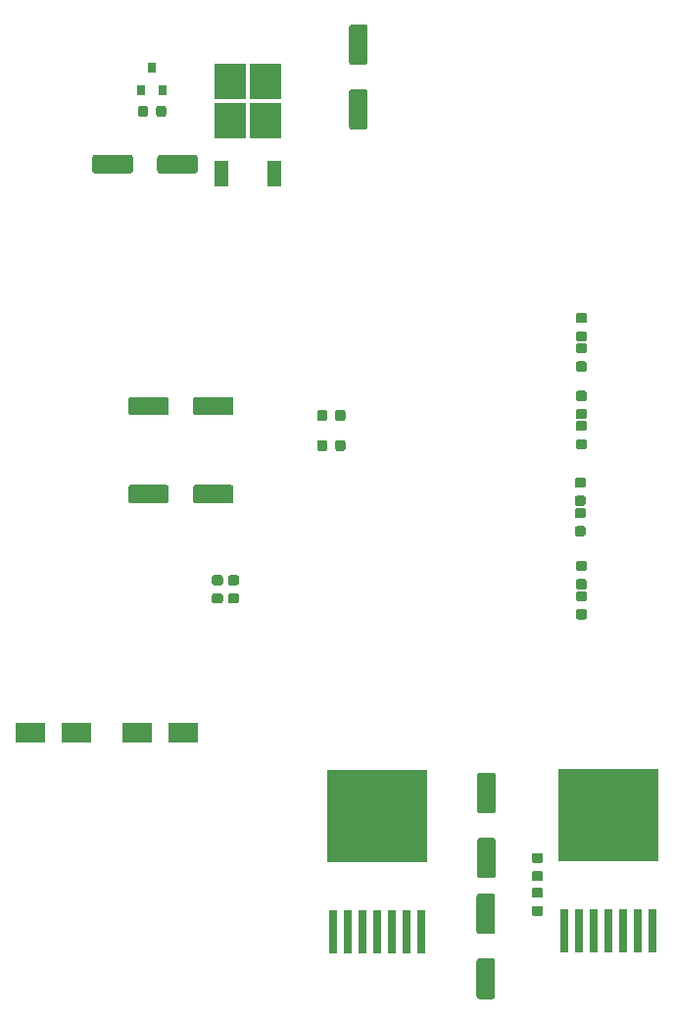
<source format=gbr>
G04 #@! TF.GenerationSoftware,KiCad,Pcbnew,(5.1.0)-1*
G04 #@! TF.CreationDate,2019-05-09T16:46:23+02:00*
G04 #@! TF.ProjectId,Actuator,41637475-6174-46f7-922e-6b696361645f,rev?*
G04 #@! TF.SameCoordinates,Original*
G04 #@! TF.FileFunction,Paste,Top*
G04 #@! TF.FilePolarity,Positive*
%FSLAX46Y46*%
G04 Gerber Fmt 4.6, Leading zero omitted, Abs format (unit mm)*
G04 Created by KiCad (PCBNEW (5.1.0)-1) date 2019-05-09 16:46:23*
%MOMM*%
%LPD*%
G04 APERTURE LIST*
%ADD10C,0.100000*%
%ADD11C,0.875000*%
%ADD12R,1.200000X2.200000*%
%ADD13R,2.750000X3.050000*%
%ADD14C,1.600000*%
%ADD15R,2.500000X1.800000*%
%ADD16R,0.800000X0.900000*%
%ADD17R,8.670000X8.060000*%
%ADD18R,0.790000X3.690000*%
G04 APERTURE END LIST*
D10*
G36*
X125641100Y-111083900D02*
G01*
X125641100Y-109684570D01*
X126879570Y-109684570D01*
X126879570Y-111083900D01*
X125641100Y-111083900D01*
G37*
G36*
X125646520Y-113088490D02*
G01*
X125646520Y-111693600D01*
X126878590Y-111693600D01*
X126878590Y-113088490D01*
X125646520Y-113088490D01*
G37*
G36*
X125644280Y-115100720D02*
G01*
X125644280Y-113705420D01*
X126880420Y-113705420D01*
X126880420Y-115100720D01*
X125644280Y-115100720D01*
G37*
G36*
X123915020Y-111079980D02*
G01*
X123915020Y-109681390D01*
X125146390Y-109681390D01*
X125146390Y-111079980D01*
X123915020Y-111079980D01*
G37*
G36*
X123912240Y-113092750D02*
G01*
X123912240Y-111693620D01*
X125148630Y-111693620D01*
X125148630Y-113092750D01*
X123912240Y-113092750D01*
G37*
G36*
X123911940Y-115103060D02*
G01*
X123911940Y-113704270D01*
X125149280Y-113704270D01*
X125149280Y-115103060D01*
X123911940Y-115103060D01*
G37*
G36*
X125642450Y-117112553D02*
G01*
X125642450Y-115717030D01*
X126882030Y-115717030D01*
X126882030Y-117112553D01*
X125642450Y-117112553D01*
G37*
G36*
X123910470Y-117114532D02*
G01*
X123910470Y-115715280D01*
X125150280Y-115715280D01*
X125150280Y-117114532D01*
X123910470Y-117114532D01*
G37*
G36*
X118720140Y-111084860D02*
G01*
X118720140Y-109684300D01*
X119959310Y-109684300D01*
X119959310Y-111084860D01*
X118720140Y-111084860D01*
G37*
G36*
X118720010Y-113094990D02*
G01*
X118720010Y-111694120D01*
X119959120Y-111694120D01*
X119959120Y-113094990D01*
X118720010Y-113094990D01*
G37*
G36*
X118719700Y-115105300D02*
G01*
X118719700Y-113703970D01*
X119958970Y-113703970D01*
X119958970Y-115105300D01*
X118719700Y-115105300D01*
G37*
G36*
X118717560Y-117117436D02*
G01*
X118717560Y-115712250D01*
X119957250Y-115712250D01*
X119957250Y-117117436D01*
X118717560Y-117117436D01*
G37*
G36*
X120452580Y-111082420D02*
G01*
X120452580Y-109679160D01*
X121684160Y-109679160D01*
X121684160Y-111082420D01*
X120452580Y-111082420D01*
G37*
G36*
X120451160Y-113093850D02*
G01*
X120451160Y-111690810D01*
X121685800Y-111690810D01*
X121685800Y-113093850D01*
X120451160Y-113093850D01*
G37*
G36*
X120449950Y-115105050D02*
G01*
X120449950Y-113703530D01*
X121688530Y-113703530D01*
X121688530Y-115105050D01*
X120449950Y-115105050D01*
G37*
G36*
X120448300Y-117116701D02*
G01*
X120448300Y-115712900D01*
X121687900Y-115712900D01*
X121687900Y-117116701D01*
X120448300Y-117116701D01*
G37*
G36*
X122179895Y-117115104D02*
G01*
X122179895Y-115714780D01*
X123419776Y-115714780D01*
X123419776Y-117115104D01*
X122179895Y-117115104D01*
G37*
G36*
X122182657Y-111082340D02*
G01*
X122182657Y-109681680D01*
X123416677Y-109681680D01*
X123416677Y-111082340D01*
X122182657Y-111082340D01*
G37*
G36*
X122180007Y-115104990D02*
G01*
X122180007Y-113704990D01*
X123419987Y-113704990D01*
X123419987Y-115104990D01*
X122180007Y-115104990D01*
G37*
G36*
X122183516Y-113091480D02*
G01*
X122183516Y-111690110D01*
X123415107Y-111690110D01*
X123415107Y-113091480D01*
X122183516Y-113091480D01*
G37*
G36*
X142115516Y-112995480D02*
G01*
X142115516Y-111594110D01*
X143347107Y-111594110D01*
X143347107Y-112995480D01*
X142115516Y-112995480D01*
G37*
G36*
X142112007Y-115008990D02*
G01*
X142112007Y-113608990D01*
X143351987Y-113608990D01*
X143351987Y-115008990D01*
X142112007Y-115008990D01*
G37*
G36*
X142114657Y-110986340D02*
G01*
X142114657Y-109585680D01*
X143348677Y-109585680D01*
X143348677Y-110986340D01*
X142114657Y-110986340D01*
G37*
G36*
X142111895Y-117019104D02*
G01*
X142111895Y-115618780D01*
X143351776Y-115618780D01*
X143351776Y-117019104D01*
X142111895Y-117019104D01*
G37*
G36*
X140380300Y-117020701D02*
G01*
X140380300Y-115616900D01*
X141619900Y-115616900D01*
X141619900Y-117020701D01*
X140380300Y-117020701D01*
G37*
G36*
X140381950Y-115009050D02*
G01*
X140381950Y-113607530D01*
X141620530Y-113607530D01*
X141620530Y-115009050D01*
X140381950Y-115009050D01*
G37*
G36*
X140383160Y-112997850D02*
G01*
X140383160Y-111594810D01*
X141617800Y-111594810D01*
X141617800Y-112997850D01*
X140383160Y-112997850D01*
G37*
G36*
X140384580Y-110986420D02*
G01*
X140384580Y-109583160D01*
X141616160Y-109583160D01*
X141616160Y-110986420D01*
X140384580Y-110986420D01*
G37*
G36*
X138649560Y-117021436D02*
G01*
X138649560Y-115616250D01*
X139889250Y-115616250D01*
X139889250Y-117021436D01*
X138649560Y-117021436D01*
G37*
G36*
X138651700Y-115009300D02*
G01*
X138651700Y-113607970D01*
X139890970Y-113607970D01*
X139890970Y-115009300D01*
X138651700Y-115009300D01*
G37*
G36*
X138652010Y-112998990D02*
G01*
X138652010Y-111598120D01*
X139891120Y-111598120D01*
X139891120Y-112998990D01*
X138652010Y-112998990D01*
G37*
G36*
X138652140Y-110988860D02*
G01*
X138652140Y-109588300D01*
X139891310Y-109588300D01*
X139891310Y-110988860D01*
X138652140Y-110988860D01*
G37*
G36*
X143842470Y-117018532D02*
G01*
X143842470Y-115619280D01*
X145082280Y-115619280D01*
X145082280Y-117018532D01*
X143842470Y-117018532D01*
G37*
G36*
X145574450Y-117016553D02*
G01*
X145574450Y-115621030D01*
X146814030Y-115621030D01*
X146814030Y-117016553D01*
X145574450Y-117016553D01*
G37*
G36*
X143843940Y-115007060D02*
G01*
X143843940Y-113608270D01*
X145081280Y-113608270D01*
X145081280Y-115007060D01*
X143843940Y-115007060D01*
G37*
G36*
X143844240Y-112996750D02*
G01*
X143844240Y-111597620D01*
X145080630Y-111597620D01*
X145080630Y-112996750D01*
X143844240Y-112996750D01*
G37*
G36*
X143847020Y-110983980D02*
G01*
X143847020Y-109585390D01*
X145078390Y-109585390D01*
X145078390Y-110983980D01*
X143847020Y-110983980D01*
G37*
G36*
X145576280Y-115004720D02*
G01*
X145576280Y-113609420D01*
X146812420Y-113609420D01*
X146812420Y-115004720D01*
X145576280Y-115004720D01*
G37*
G36*
X145578520Y-112992490D02*
G01*
X145578520Y-111597600D01*
X146810590Y-111597600D01*
X146810590Y-112992490D01*
X145578520Y-112992490D01*
G37*
G36*
X145573100Y-110987900D02*
G01*
X145573100Y-109588570D01*
X146811570Y-109588570D01*
X146811570Y-110987900D01*
X145573100Y-110987900D01*
G37*
G36*
X118240191Y-78326053D02*
G01*
X118261426Y-78329203D01*
X118282250Y-78334419D01*
X118302462Y-78341651D01*
X118321868Y-78350830D01*
X118340281Y-78361866D01*
X118357524Y-78374654D01*
X118373430Y-78389070D01*
X118387846Y-78404976D01*
X118400634Y-78422219D01*
X118411670Y-78440632D01*
X118420849Y-78460038D01*
X118428081Y-78480250D01*
X118433297Y-78501074D01*
X118436447Y-78522309D01*
X118437500Y-78543750D01*
X118437500Y-79056250D01*
X118436447Y-79077691D01*
X118433297Y-79098926D01*
X118428081Y-79119750D01*
X118420849Y-79139962D01*
X118411670Y-79159368D01*
X118400634Y-79177781D01*
X118387846Y-79195024D01*
X118373430Y-79210930D01*
X118357524Y-79225346D01*
X118340281Y-79238134D01*
X118321868Y-79249170D01*
X118302462Y-79258349D01*
X118282250Y-79265581D01*
X118261426Y-79270797D01*
X118240191Y-79273947D01*
X118218750Y-79275000D01*
X117781250Y-79275000D01*
X117759809Y-79273947D01*
X117738574Y-79270797D01*
X117717750Y-79265581D01*
X117697538Y-79258349D01*
X117678132Y-79249170D01*
X117659719Y-79238134D01*
X117642476Y-79225346D01*
X117626570Y-79210930D01*
X117612154Y-79195024D01*
X117599366Y-79177781D01*
X117588330Y-79159368D01*
X117579151Y-79139962D01*
X117571919Y-79119750D01*
X117566703Y-79098926D01*
X117563553Y-79077691D01*
X117562500Y-79056250D01*
X117562500Y-78543750D01*
X117563553Y-78522309D01*
X117566703Y-78501074D01*
X117571919Y-78480250D01*
X117579151Y-78460038D01*
X117588330Y-78440632D01*
X117599366Y-78422219D01*
X117612154Y-78404976D01*
X117626570Y-78389070D01*
X117642476Y-78374654D01*
X117659719Y-78361866D01*
X117678132Y-78350830D01*
X117697538Y-78341651D01*
X117717750Y-78334419D01*
X117738574Y-78329203D01*
X117759809Y-78326053D01*
X117781250Y-78325000D01*
X118218750Y-78325000D01*
X118240191Y-78326053D01*
X118240191Y-78326053D01*
G37*
D11*
X118000000Y-78800000D03*
D10*
G36*
X119815191Y-78326053D02*
G01*
X119836426Y-78329203D01*
X119857250Y-78334419D01*
X119877462Y-78341651D01*
X119896868Y-78350830D01*
X119915281Y-78361866D01*
X119932524Y-78374654D01*
X119948430Y-78389070D01*
X119962846Y-78404976D01*
X119975634Y-78422219D01*
X119986670Y-78440632D01*
X119995849Y-78460038D01*
X120003081Y-78480250D01*
X120008297Y-78501074D01*
X120011447Y-78522309D01*
X120012500Y-78543750D01*
X120012500Y-79056250D01*
X120011447Y-79077691D01*
X120008297Y-79098926D01*
X120003081Y-79119750D01*
X119995849Y-79139962D01*
X119986670Y-79159368D01*
X119975634Y-79177781D01*
X119962846Y-79195024D01*
X119948430Y-79210930D01*
X119932524Y-79225346D01*
X119915281Y-79238134D01*
X119896868Y-79249170D01*
X119877462Y-79258349D01*
X119857250Y-79265581D01*
X119836426Y-79270797D01*
X119815191Y-79273947D01*
X119793750Y-79275000D01*
X119356250Y-79275000D01*
X119334809Y-79273947D01*
X119313574Y-79270797D01*
X119292750Y-79265581D01*
X119272538Y-79258349D01*
X119253132Y-79249170D01*
X119234719Y-79238134D01*
X119217476Y-79225346D01*
X119201570Y-79210930D01*
X119187154Y-79195024D01*
X119174366Y-79177781D01*
X119163330Y-79159368D01*
X119154151Y-79139962D01*
X119146919Y-79119750D01*
X119141703Y-79098926D01*
X119138553Y-79077691D01*
X119137500Y-79056250D01*
X119137500Y-78543750D01*
X119138553Y-78522309D01*
X119141703Y-78501074D01*
X119146919Y-78480250D01*
X119154151Y-78460038D01*
X119163330Y-78440632D01*
X119174366Y-78422219D01*
X119187154Y-78404976D01*
X119201570Y-78389070D01*
X119217476Y-78374654D01*
X119234719Y-78361866D01*
X119253132Y-78350830D01*
X119272538Y-78341651D01*
X119292750Y-78334419D01*
X119313574Y-78329203D01*
X119334809Y-78326053D01*
X119356250Y-78325000D01*
X119793750Y-78325000D01*
X119815191Y-78326053D01*
X119815191Y-78326053D01*
G37*
D11*
X119575000Y-78800000D03*
D10*
G36*
X118240191Y-80926053D02*
G01*
X118261426Y-80929203D01*
X118282250Y-80934419D01*
X118302462Y-80941651D01*
X118321868Y-80950830D01*
X118340281Y-80961866D01*
X118357524Y-80974654D01*
X118373430Y-80989070D01*
X118387846Y-81004976D01*
X118400634Y-81022219D01*
X118411670Y-81040632D01*
X118420849Y-81060038D01*
X118428081Y-81080250D01*
X118433297Y-81101074D01*
X118436447Y-81122309D01*
X118437500Y-81143750D01*
X118437500Y-81656250D01*
X118436447Y-81677691D01*
X118433297Y-81698926D01*
X118428081Y-81719750D01*
X118420849Y-81739962D01*
X118411670Y-81759368D01*
X118400634Y-81777781D01*
X118387846Y-81795024D01*
X118373430Y-81810930D01*
X118357524Y-81825346D01*
X118340281Y-81838134D01*
X118321868Y-81849170D01*
X118302462Y-81858349D01*
X118282250Y-81865581D01*
X118261426Y-81870797D01*
X118240191Y-81873947D01*
X118218750Y-81875000D01*
X117781250Y-81875000D01*
X117759809Y-81873947D01*
X117738574Y-81870797D01*
X117717750Y-81865581D01*
X117697538Y-81858349D01*
X117678132Y-81849170D01*
X117659719Y-81838134D01*
X117642476Y-81825346D01*
X117626570Y-81810930D01*
X117612154Y-81795024D01*
X117599366Y-81777781D01*
X117588330Y-81759368D01*
X117579151Y-81739962D01*
X117571919Y-81719750D01*
X117566703Y-81698926D01*
X117563553Y-81677691D01*
X117562500Y-81656250D01*
X117562500Y-81143750D01*
X117563553Y-81122309D01*
X117566703Y-81101074D01*
X117571919Y-81080250D01*
X117579151Y-81060038D01*
X117588330Y-81040632D01*
X117599366Y-81022219D01*
X117612154Y-81004976D01*
X117626570Y-80989070D01*
X117642476Y-80974654D01*
X117659719Y-80961866D01*
X117678132Y-80950830D01*
X117697538Y-80941651D01*
X117717750Y-80934419D01*
X117738574Y-80929203D01*
X117759809Y-80926053D01*
X117781250Y-80925000D01*
X118218750Y-80925000D01*
X118240191Y-80926053D01*
X118240191Y-80926053D01*
G37*
D11*
X118000000Y-81400000D03*
D10*
G36*
X119815191Y-80926053D02*
G01*
X119836426Y-80929203D01*
X119857250Y-80934419D01*
X119877462Y-80941651D01*
X119896868Y-80950830D01*
X119915281Y-80961866D01*
X119932524Y-80974654D01*
X119948430Y-80989070D01*
X119962846Y-81004976D01*
X119975634Y-81022219D01*
X119986670Y-81040632D01*
X119995849Y-81060038D01*
X120003081Y-81080250D01*
X120008297Y-81101074D01*
X120011447Y-81122309D01*
X120012500Y-81143750D01*
X120012500Y-81656250D01*
X120011447Y-81677691D01*
X120008297Y-81698926D01*
X120003081Y-81719750D01*
X119995849Y-81739962D01*
X119986670Y-81759368D01*
X119975634Y-81777781D01*
X119962846Y-81795024D01*
X119948430Y-81810930D01*
X119932524Y-81825346D01*
X119915281Y-81838134D01*
X119896868Y-81849170D01*
X119877462Y-81858349D01*
X119857250Y-81865581D01*
X119836426Y-81870797D01*
X119815191Y-81873947D01*
X119793750Y-81875000D01*
X119356250Y-81875000D01*
X119334809Y-81873947D01*
X119313574Y-81870797D01*
X119292750Y-81865581D01*
X119272538Y-81858349D01*
X119253132Y-81849170D01*
X119234719Y-81838134D01*
X119217476Y-81825346D01*
X119201570Y-81810930D01*
X119187154Y-81795024D01*
X119174366Y-81777781D01*
X119163330Y-81759368D01*
X119154151Y-81739962D01*
X119146919Y-81719750D01*
X119141703Y-81698926D01*
X119138553Y-81677691D01*
X119137500Y-81656250D01*
X119137500Y-81143750D01*
X119138553Y-81122309D01*
X119141703Y-81101074D01*
X119146919Y-81080250D01*
X119154151Y-81060038D01*
X119163330Y-81040632D01*
X119174366Y-81022219D01*
X119187154Y-81004976D01*
X119201570Y-80989070D01*
X119217476Y-80974654D01*
X119234719Y-80961866D01*
X119253132Y-80950830D01*
X119272538Y-80941651D01*
X119292750Y-80934419D01*
X119313574Y-80929203D01*
X119334809Y-80926053D01*
X119356250Y-80925000D01*
X119793750Y-80925000D01*
X119815191Y-80926053D01*
X119815191Y-80926053D01*
G37*
D11*
X119575000Y-81400000D03*
D12*
X109300000Y-57960000D03*
X113860000Y-57960000D03*
D13*
X113105000Y-49985000D03*
X110055000Y-53335000D03*
X110055000Y-49985000D03*
X113105000Y-53335000D03*
D10*
G36*
X104327691Y-52076053D02*
G01*
X104348926Y-52079203D01*
X104369750Y-52084419D01*
X104389962Y-52091651D01*
X104409368Y-52100830D01*
X104427781Y-52111866D01*
X104445024Y-52124654D01*
X104460930Y-52139070D01*
X104475346Y-52154976D01*
X104488134Y-52172219D01*
X104499170Y-52190632D01*
X104508349Y-52210038D01*
X104515581Y-52230250D01*
X104520797Y-52251074D01*
X104523947Y-52272309D01*
X104525000Y-52293750D01*
X104525000Y-52806250D01*
X104523947Y-52827691D01*
X104520797Y-52848926D01*
X104515581Y-52869750D01*
X104508349Y-52889962D01*
X104499170Y-52909368D01*
X104488134Y-52927781D01*
X104475346Y-52945024D01*
X104460930Y-52960930D01*
X104445024Y-52975346D01*
X104427781Y-52988134D01*
X104409368Y-52999170D01*
X104389962Y-53008349D01*
X104369750Y-53015581D01*
X104348926Y-53020797D01*
X104327691Y-53023947D01*
X104306250Y-53025000D01*
X103868750Y-53025000D01*
X103847309Y-53023947D01*
X103826074Y-53020797D01*
X103805250Y-53015581D01*
X103785038Y-53008349D01*
X103765632Y-52999170D01*
X103747219Y-52988134D01*
X103729976Y-52975346D01*
X103714070Y-52960930D01*
X103699654Y-52945024D01*
X103686866Y-52927781D01*
X103675830Y-52909368D01*
X103666651Y-52889962D01*
X103659419Y-52869750D01*
X103654203Y-52848926D01*
X103651053Y-52827691D01*
X103650000Y-52806250D01*
X103650000Y-52293750D01*
X103651053Y-52272309D01*
X103654203Y-52251074D01*
X103659419Y-52230250D01*
X103666651Y-52210038D01*
X103675830Y-52190632D01*
X103686866Y-52172219D01*
X103699654Y-52154976D01*
X103714070Y-52139070D01*
X103729976Y-52124654D01*
X103747219Y-52111866D01*
X103765632Y-52100830D01*
X103785038Y-52091651D01*
X103805250Y-52084419D01*
X103826074Y-52079203D01*
X103847309Y-52076053D01*
X103868750Y-52075000D01*
X104306250Y-52075000D01*
X104327691Y-52076053D01*
X104327691Y-52076053D01*
G37*
D11*
X104087500Y-52550000D03*
D10*
G36*
X102752691Y-52076053D02*
G01*
X102773926Y-52079203D01*
X102794750Y-52084419D01*
X102814962Y-52091651D01*
X102834368Y-52100830D01*
X102852781Y-52111866D01*
X102870024Y-52124654D01*
X102885930Y-52139070D01*
X102900346Y-52154976D01*
X102913134Y-52172219D01*
X102924170Y-52190632D01*
X102933349Y-52210038D01*
X102940581Y-52230250D01*
X102945797Y-52251074D01*
X102948947Y-52272309D01*
X102950000Y-52293750D01*
X102950000Y-52806250D01*
X102948947Y-52827691D01*
X102945797Y-52848926D01*
X102940581Y-52869750D01*
X102933349Y-52889962D01*
X102924170Y-52909368D01*
X102913134Y-52927781D01*
X102900346Y-52945024D01*
X102885930Y-52960930D01*
X102870024Y-52975346D01*
X102852781Y-52988134D01*
X102834368Y-52999170D01*
X102814962Y-53008349D01*
X102794750Y-53015581D01*
X102773926Y-53020797D01*
X102752691Y-53023947D01*
X102731250Y-53025000D01*
X102293750Y-53025000D01*
X102272309Y-53023947D01*
X102251074Y-53020797D01*
X102230250Y-53015581D01*
X102210038Y-53008349D01*
X102190632Y-52999170D01*
X102172219Y-52988134D01*
X102154976Y-52975346D01*
X102139070Y-52960930D01*
X102124654Y-52945024D01*
X102111866Y-52927781D01*
X102100830Y-52909368D01*
X102091651Y-52889962D01*
X102084419Y-52869750D01*
X102079203Y-52848926D01*
X102076053Y-52827691D01*
X102075000Y-52806250D01*
X102075000Y-52293750D01*
X102076053Y-52272309D01*
X102079203Y-52251074D01*
X102084419Y-52230250D01*
X102091651Y-52210038D01*
X102100830Y-52190632D01*
X102111866Y-52172219D01*
X102124654Y-52154976D01*
X102139070Y-52139070D01*
X102154976Y-52124654D01*
X102172219Y-52111866D01*
X102190632Y-52100830D01*
X102210038Y-52091651D01*
X102230250Y-52084419D01*
X102251074Y-52079203D01*
X102272309Y-52076053D01*
X102293750Y-52075000D01*
X102731250Y-52075000D01*
X102752691Y-52076053D01*
X102752691Y-52076053D01*
G37*
D11*
X102512500Y-52550000D03*
D10*
G36*
X101424504Y-56301204D02*
G01*
X101448773Y-56304804D01*
X101472571Y-56310765D01*
X101495671Y-56319030D01*
X101517849Y-56329520D01*
X101538893Y-56342133D01*
X101558598Y-56356747D01*
X101576777Y-56373223D01*
X101593253Y-56391402D01*
X101607867Y-56411107D01*
X101620480Y-56432151D01*
X101630970Y-56454329D01*
X101639235Y-56477429D01*
X101645196Y-56501227D01*
X101648796Y-56525496D01*
X101650000Y-56550000D01*
X101650000Y-57650000D01*
X101648796Y-57674504D01*
X101645196Y-57698773D01*
X101639235Y-57722571D01*
X101630970Y-57745671D01*
X101620480Y-57767849D01*
X101607867Y-57788893D01*
X101593253Y-57808598D01*
X101576777Y-57826777D01*
X101558598Y-57843253D01*
X101538893Y-57857867D01*
X101517849Y-57870480D01*
X101495671Y-57880970D01*
X101472571Y-57889235D01*
X101448773Y-57895196D01*
X101424504Y-57898796D01*
X101400000Y-57900000D01*
X98400000Y-57900000D01*
X98375496Y-57898796D01*
X98351227Y-57895196D01*
X98327429Y-57889235D01*
X98304329Y-57880970D01*
X98282151Y-57870480D01*
X98261107Y-57857867D01*
X98241402Y-57843253D01*
X98223223Y-57826777D01*
X98206747Y-57808598D01*
X98192133Y-57788893D01*
X98179520Y-57767849D01*
X98169030Y-57745671D01*
X98160765Y-57722571D01*
X98154804Y-57698773D01*
X98151204Y-57674504D01*
X98150000Y-57650000D01*
X98150000Y-56550000D01*
X98151204Y-56525496D01*
X98154804Y-56501227D01*
X98160765Y-56477429D01*
X98169030Y-56454329D01*
X98179520Y-56432151D01*
X98192133Y-56411107D01*
X98206747Y-56391402D01*
X98223223Y-56373223D01*
X98241402Y-56356747D01*
X98261107Y-56342133D01*
X98282151Y-56329520D01*
X98304329Y-56319030D01*
X98327429Y-56310765D01*
X98351227Y-56304804D01*
X98375496Y-56301204D01*
X98400000Y-56300000D01*
X101400000Y-56300000D01*
X101424504Y-56301204D01*
X101424504Y-56301204D01*
G37*
D14*
X99900000Y-57100000D03*
D10*
G36*
X107024504Y-56301204D02*
G01*
X107048773Y-56304804D01*
X107072571Y-56310765D01*
X107095671Y-56319030D01*
X107117849Y-56329520D01*
X107138893Y-56342133D01*
X107158598Y-56356747D01*
X107176777Y-56373223D01*
X107193253Y-56391402D01*
X107207867Y-56411107D01*
X107220480Y-56432151D01*
X107230970Y-56454329D01*
X107239235Y-56477429D01*
X107245196Y-56501227D01*
X107248796Y-56525496D01*
X107250000Y-56550000D01*
X107250000Y-57650000D01*
X107248796Y-57674504D01*
X107245196Y-57698773D01*
X107239235Y-57722571D01*
X107230970Y-57745671D01*
X107220480Y-57767849D01*
X107207867Y-57788893D01*
X107193253Y-57808598D01*
X107176777Y-57826777D01*
X107158598Y-57843253D01*
X107138893Y-57857867D01*
X107117849Y-57870480D01*
X107095671Y-57880970D01*
X107072571Y-57889235D01*
X107048773Y-57895196D01*
X107024504Y-57898796D01*
X107000000Y-57900000D01*
X104000000Y-57900000D01*
X103975496Y-57898796D01*
X103951227Y-57895196D01*
X103927429Y-57889235D01*
X103904329Y-57880970D01*
X103882151Y-57870480D01*
X103861107Y-57857867D01*
X103841402Y-57843253D01*
X103823223Y-57826777D01*
X103806747Y-57808598D01*
X103792133Y-57788893D01*
X103779520Y-57767849D01*
X103769030Y-57745671D01*
X103760765Y-57722571D01*
X103754804Y-57698773D01*
X103751204Y-57674504D01*
X103750000Y-57650000D01*
X103750000Y-56550000D01*
X103751204Y-56525496D01*
X103754804Y-56501227D01*
X103760765Y-56477429D01*
X103769030Y-56454329D01*
X103779520Y-56432151D01*
X103792133Y-56411107D01*
X103806747Y-56391402D01*
X103823223Y-56373223D01*
X103841402Y-56356747D01*
X103861107Y-56342133D01*
X103882151Y-56329520D01*
X103904329Y-56319030D01*
X103927429Y-56310765D01*
X103951227Y-56304804D01*
X103975496Y-56301204D01*
X104000000Y-56300000D01*
X107000000Y-56300000D01*
X107024504Y-56301204D01*
X107024504Y-56301204D01*
G37*
D14*
X105500000Y-57100000D03*
D10*
G36*
X121714504Y-50651204D02*
G01*
X121738773Y-50654804D01*
X121762571Y-50660765D01*
X121785671Y-50669030D01*
X121807849Y-50679520D01*
X121828893Y-50692133D01*
X121848598Y-50706747D01*
X121866777Y-50723223D01*
X121883253Y-50741402D01*
X121897867Y-50761107D01*
X121910480Y-50782151D01*
X121920970Y-50804329D01*
X121929235Y-50827429D01*
X121935196Y-50851227D01*
X121938796Y-50875496D01*
X121940000Y-50900000D01*
X121940000Y-53900000D01*
X121938796Y-53924504D01*
X121935196Y-53948773D01*
X121929235Y-53972571D01*
X121920970Y-53995671D01*
X121910480Y-54017849D01*
X121897867Y-54038893D01*
X121883253Y-54058598D01*
X121866777Y-54076777D01*
X121848598Y-54093253D01*
X121828893Y-54107867D01*
X121807849Y-54120480D01*
X121785671Y-54130970D01*
X121762571Y-54139235D01*
X121738773Y-54145196D01*
X121714504Y-54148796D01*
X121690000Y-54150000D01*
X120590000Y-54150000D01*
X120565496Y-54148796D01*
X120541227Y-54145196D01*
X120517429Y-54139235D01*
X120494329Y-54130970D01*
X120472151Y-54120480D01*
X120451107Y-54107867D01*
X120431402Y-54093253D01*
X120413223Y-54076777D01*
X120396747Y-54058598D01*
X120382133Y-54038893D01*
X120369520Y-54017849D01*
X120359030Y-53995671D01*
X120350765Y-53972571D01*
X120344804Y-53948773D01*
X120341204Y-53924504D01*
X120340000Y-53900000D01*
X120340000Y-50900000D01*
X120341204Y-50875496D01*
X120344804Y-50851227D01*
X120350765Y-50827429D01*
X120359030Y-50804329D01*
X120369520Y-50782151D01*
X120382133Y-50761107D01*
X120396747Y-50741402D01*
X120413223Y-50723223D01*
X120431402Y-50706747D01*
X120451107Y-50692133D01*
X120472151Y-50679520D01*
X120494329Y-50669030D01*
X120517429Y-50660765D01*
X120541227Y-50654804D01*
X120565496Y-50651204D01*
X120590000Y-50650000D01*
X121690000Y-50650000D01*
X121714504Y-50651204D01*
X121714504Y-50651204D01*
G37*
D14*
X121140000Y-52400000D03*
D10*
G36*
X121714504Y-45051204D02*
G01*
X121738773Y-45054804D01*
X121762571Y-45060765D01*
X121785671Y-45069030D01*
X121807849Y-45079520D01*
X121828893Y-45092133D01*
X121848598Y-45106747D01*
X121866777Y-45123223D01*
X121883253Y-45141402D01*
X121897867Y-45161107D01*
X121910480Y-45182151D01*
X121920970Y-45204329D01*
X121929235Y-45227429D01*
X121935196Y-45251227D01*
X121938796Y-45275496D01*
X121940000Y-45300000D01*
X121940000Y-48300000D01*
X121938796Y-48324504D01*
X121935196Y-48348773D01*
X121929235Y-48372571D01*
X121920970Y-48395671D01*
X121910480Y-48417849D01*
X121897867Y-48438893D01*
X121883253Y-48458598D01*
X121866777Y-48476777D01*
X121848598Y-48493253D01*
X121828893Y-48507867D01*
X121807849Y-48520480D01*
X121785671Y-48530970D01*
X121762571Y-48539235D01*
X121738773Y-48545196D01*
X121714504Y-48548796D01*
X121690000Y-48550000D01*
X120590000Y-48550000D01*
X120565496Y-48548796D01*
X120541227Y-48545196D01*
X120517429Y-48539235D01*
X120494329Y-48530970D01*
X120472151Y-48520480D01*
X120451107Y-48507867D01*
X120431402Y-48493253D01*
X120413223Y-48476777D01*
X120396747Y-48458598D01*
X120382133Y-48438893D01*
X120369520Y-48417849D01*
X120359030Y-48395671D01*
X120350765Y-48372571D01*
X120344804Y-48348773D01*
X120341204Y-48324504D01*
X120340000Y-48300000D01*
X120340000Y-45300000D01*
X120341204Y-45275496D01*
X120344804Y-45251227D01*
X120350765Y-45227429D01*
X120359030Y-45204329D01*
X120369520Y-45182151D01*
X120382133Y-45161107D01*
X120396747Y-45141402D01*
X120413223Y-45123223D01*
X120431402Y-45106747D01*
X120451107Y-45092133D01*
X120472151Y-45079520D01*
X120494329Y-45069030D01*
X120517429Y-45060765D01*
X120541227Y-45054804D01*
X120565496Y-45051204D01*
X120590000Y-45050000D01*
X121690000Y-45050000D01*
X121714504Y-45051204D01*
X121714504Y-45051204D01*
G37*
D14*
X121140000Y-46800000D03*
D10*
G36*
X104524504Y-77201204D02*
G01*
X104548773Y-77204804D01*
X104572571Y-77210765D01*
X104595671Y-77219030D01*
X104617849Y-77229520D01*
X104638893Y-77242133D01*
X104658598Y-77256747D01*
X104676777Y-77273223D01*
X104693253Y-77291402D01*
X104707867Y-77311107D01*
X104720480Y-77332151D01*
X104730970Y-77354329D01*
X104739235Y-77377429D01*
X104745196Y-77401227D01*
X104748796Y-77425496D01*
X104750000Y-77450000D01*
X104750000Y-78550000D01*
X104748796Y-78574504D01*
X104745196Y-78598773D01*
X104739235Y-78622571D01*
X104730970Y-78645671D01*
X104720480Y-78667849D01*
X104707867Y-78688893D01*
X104693253Y-78708598D01*
X104676777Y-78726777D01*
X104658598Y-78743253D01*
X104638893Y-78757867D01*
X104617849Y-78770480D01*
X104595671Y-78780970D01*
X104572571Y-78789235D01*
X104548773Y-78795196D01*
X104524504Y-78798796D01*
X104500000Y-78800000D01*
X101500000Y-78800000D01*
X101475496Y-78798796D01*
X101451227Y-78795196D01*
X101427429Y-78789235D01*
X101404329Y-78780970D01*
X101382151Y-78770480D01*
X101361107Y-78757867D01*
X101341402Y-78743253D01*
X101323223Y-78726777D01*
X101306747Y-78708598D01*
X101292133Y-78688893D01*
X101279520Y-78667849D01*
X101269030Y-78645671D01*
X101260765Y-78622571D01*
X101254804Y-78598773D01*
X101251204Y-78574504D01*
X101250000Y-78550000D01*
X101250000Y-77450000D01*
X101251204Y-77425496D01*
X101254804Y-77401227D01*
X101260765Y-77377429D01*
X101269030Y-77354329D01*
X101279520Y-77332151D01*
X101292133Y-77311107D01*
X101306747Y-77291402D01*
X101323223Y-77273223D01*
X101341402Y-77256747D01*
X101361107Y-77242133D01*
X101382151Y-77229520D01*
X101404329Y-77219030D01*
X101427429Y-77210765D01*
X101451227Y-77204804D01*
X101475496Y-77201204D01*
X101500000Y-77200000D01*
X104500000Y-77200000D01*
X104524504Y-77201204D01*
X104524504Y-77201204D01*
G37*
D14*
X103000000Y-78000000D03*
D10*
G36*
X110124504Y-77201204D02*
G01*
X110148773Y-77204804D01*
X110172571Y-77210765D01*
X110195671Y-77219030D01*
X110217849Y-77229520D01*
X110238893Y-77242133D01*
X110258598Y-77256747D01*
X110276777Y-77273223D01*
X110293253Y-77291402D01*
X110307867Y-77311107D01*
X110320480Y-77332151D01*
X110330970Y-77354329D01*
X110339235Y-77377429D01*
X110345196Y-77401227D01*
X110348796Y-77425496D01*
X110350000Y-77450000D01*
X110350000Y-78550000D01*
X110348796Y-78574504D01*
X110345196Y-78598773D01*
X110339235Y-78622571D01*
X110330970Y-78645671D01*
X110320480Y-78667849D01*
X110307867Y-78688893D01*
X110293253Y-78708598D01*
X110276777Y-78726777D01*
X110258598Y-78743253D01*
X110238893Y-78757867D01*
X110217849Y-78770480D01*
X110195671Y-78780970D01*
X110172571Y-78789235D01*
X110148773Y-78795196D01*
X110124504Y-78798796D01*
X110100000Y-78800000D01*
X107100000Y-78800000D01*
X107075496Y-78798796D01*
X107051227Y-78795196D01*
X107027429Y-78789235D01*
X107004329Y-78780970D01*
X106982151Y-78770480D01*
X106961107Y-78757867D01*
X106941402Y-78743253D01*
X106923223Y-78726777D01*
X106906747Y-78708598D01*
X106892133Y-78688893D01*
X106879520Y-78667849D01*
X106869030Y-78645671D01*
X106860765Y-78622571D01*
X106854804Y-78598773D01*
X106851204Y-78574504D01*
X106850000Y-78550000D01*
X106850000Y-77450000D01*
X106851204Y-77425496D01*
X106854804Y-77401227D01*
X106860765Y-77377429D01*
X106869030Y-77354329D01*
X106879520Y-77332151D01*
X106892133Y-77311107D01*
X106906747Y-77291402D01*
X106923223Y-77273223D01*
X106941402Y-77256747D01*
X106961107Y-77242133D01*
X106982151Y-77229520D01*
X107004329Y-77219030D01*
X107027429Y-77210765D01*
X107051227Y-77204804D01*
X107075496Y-77201204D01*
X107100000Y-77200000D01*
X110100000Y-77200000D01*
X110124504Y-77201204D01*
X110124504Y-77201204D01*
G37*
D14*
X108600000Y-78000000D03*
D10*
G36*
X110124504Y-84801204D02*
G01*
X110148773Y-84804804D01*
X110172571Y-84810765D01*
X110195671Y-84819030D01*
X110217849Y-84829520D01*
X110238893Y-84842133D01*
X110258598Y-84856747D01*
X110276777Y-84873223D01*
X110293253Y-84891402D01*
X110307867Y-84911107D01*
X110320480Y-84932151D01*
X110330970Y-84954329D01*
X110339235Y-84977429D01*
X110345196Y-85001227D01*
X110348796Y-85025496D01*
X110350000Y-85050000D01*
X110350000Y-86150000D01*
X110348796Y-86174504D01*
X110345196Y-86198773D01*
X110339235Y-86222571D01*
X110330970Y-86245671D01*
X110320480Y-86267849D01*
X110307867Y-86288893D01*
X110293253Y-86308598D01*
X110276777Y-86326777D01*
X110258598Y-86343253D01*
X110238893Y-86357867D01*
X110217849Y-86370480D01*
X110195671Y-86380970D01*
X110172571Y-86389235D01*
X110148773Y-86395196D01*
X110124504Y-86398796D01*
X110100000Y-86400000D01*
X107100000Y-86400000D01*
X107075496Y-86398796D01*
X107051227Y-86395196D01*
X107027429Y-86389235D01*
X107004329Y-86380970D01*
X106982151Y-86370480D01*
X106961107Y-86357867D01*
X106941402Y-86343253D01*
X106923223Y-86326777D01*
X106906747Y-86308598D01*
X106892133Y-86288893D01*
X106879520Y-86267849D01*
X106869030Y-86245671D01*
X106860765Y-86222571D01*
X106854804Y-86198773D01*
X106851204Y-86174504D01*
X106850000Y-86150000D01*
X106850000Y-85050000D01*
X106851204Y-85025496D01*
X106854804Y-85001227D01*
X106860765Y-84977429D01*
X106869030Y-84954329D01*
X106879520Y-84932151D01*
X106892133Y-84911107D01*
X106906747Y-84891402D01*
X106923223Y-84873223D01*
X106941402Y-84856747D01*
X106961107Y-84842133D01*
X106982151Y-84829520D01*
X107004329Y-84819030D01*
X107027429Y-84810765D01*
X107051227Y-84804804D01*
X107075496Y-84801204D01*
X107100000Y-84800000D01*
X110100000Y-84800000D01*
X110124504Y-84801204D01*
X110124504Y-84801204D01*
G37*
D14*
X108600000Y-85600000D03*
D10*
G36*
X104524504Y-84801204D02*
G01*
X104548773Y-84804804D01*
X104572571Y-84810765D01*
X104595671Y-84819030D01*
X104617849Y-84829520D01*
X104638893Y-84842133D01*
X104658598Y-84856747D01*
X104676777Y-84873223D01*
X104693253Y-84891402D01*
X104707867Y-84911107D01*
X104720480Y-84932151D01*
X104730970Y-84954329D01*
X104739235Y-84977429D01*
X104745196Y-85001227D01*
X104748796Y-85025496D01*
X104750000Y-85050000D01*
X104750000Y-86150000D01*
X104748796Y-86174504D01*
X104745196Y-86198773D01*
X104739235Y-86222571D01*
X104730970Y-86245671D01*
X104720480Y-86267849D01*
X104707867Y-86288893D01*
X104693253Y-86308598D01*
X104676777Y-86326777D01*
X104658598Y-86343253D01*
X104638893Y-86357867D01*
X104617849Y-86370480D01*
X104595671Y-86380970D01*
X104572571Y-86389235D01*
X104548773Y-86395196D01*
X104524504Y-86398796D01*
X104500000Y-86400000D01*
X101500000Y-86400000D01*
X101475496Y-86398796D01*
X101451227Y-86395196D01*
X101427429Y-86389235D01*
X101404329Y-86380970D01*
X101382151Y-86370480D01*
X101361107Y-86357867D01*
X101341402Y-86343253D01*
X101323223Y-86326777D01*
X101306747Y-86308598D01*
X101292133Y-86288893D01*
X101279520Y-86267849D01*
X101269030Y-86245671D01*
X101260765Y-86222571D01*
X101254804Y-86198773D01*
X101251204Y-86174504D01*
X101250000Y-86150000D01*
X101250000Y-85050000D01*
X101251204Y-85025496D01*
X101254804Y-85001227D01*
X101260765Y-84977429D01*
X101269030Y-84954329D01*
X101279520Y-84932151D01*
X101292133Y-84911107D01*
X101306747Y-84891402D01*
X101323223Y-84873223D01*
X101341402Y-84856747D01*
X101361107Y-84842133D01*
X101382151Y-84829520D01*
X101404329Y-84819030D01*
X101427429Y-84810765D01*
X101451227Y-84804804D01*
X101475496Y-84801204D01*
X101500000Y-84800000D01*
X104500000Y-84800000D01*
X104524504Y-84801204D01*
X104524504Y-84801204D01*
G37*
D14*
X103000000Y-85600000D03*
D10*
G36*
X136877691Y-119563553D02*
G01*
X136898926Y-119566703D01*
X136919750Y-119571919D01*
X136939962Y-119579151D01*
X136959368Y-119588330D01*
X136977781Y-119599366D01*
X136995024Y-119612154D01*
X137010930Y-119626570D01*
X137025346Y-119642476D01*
X137038134Y-119659719D01*
X137049170Y-119678132D01*
X137058349Y-119697538D01*
X137065581Y-119717750D01*
X137070797Y-119738574D01*
X137073947Y-119759809D01*
X137075000Y-119781250D01*
X137075000Y-120218750D01*
X137073947Y-120240191D01*
X137070797Y-120261426D01*
X137065581Y-120282250D01*
X137058349Y-120302462D01*
X137049170Y-120321868D01*
X137038134Y-120340281D01*
X137025346Y-120357524D01*
X137010930Y-120373430D01*
X136995024Y-120387846D01*
X136977781Y-120400634D01*
X136959368Y-120411670D01*
X136939962Y-120420849D01*
X136919750Y-120428081D01*
X136898926Y-120433297D01*
X136877691Y-120436447D01*
X136856250Y-120437500D01*
X136343750Y-120437500D01*
X136322309Y-120436447D01*
X136301074Y-120433297D01*
X136280250Y-120428081D01*
X136260038Y-120420849D01*
X136240632Y-120411670D01*
X136222219Y-120400634D01*
X136204976Y-120387846D01*
X136189070Y-120373430D01*
X136174654Y-120357524D01*
X136161866Y-120340281D01*
X136150830Y-120321868D01*
X136141651Y-120302462D01*
X136134419Y-120282250D01*
X136129203Y-120261426D01*
X136126053Y-120240191D01*
X136125000Y-120218750D01*
X136125000Y-119781250D01*
X136126053Y-119759809D01*
X136129203Y-119738574D01*
X136134419Y-119717750D01*
X136141651Y-119697538D01*
X136150830Y-119678132D01*
X136161866Y-119659719D01*
X136174654Y-119642476D01*
X136189070Y-119626570D01*
X136204976Y-119612154D01*
X136222219Y-119599366D01*
X136240632Y-119588330D01*
X136260038Y-119579151D01*
X136280250Y-119571919D01*
X136301074Y-119566703D01*
X136322309Y-119563553D01*
X136343750Y-119562500D01*
X136856250Y-119562500D01*
X136877691Y-119563553D01*
X136877691Y-119563553D01*
G37*
D11*
X136600000Y-120000000D03*
D10*
G36*
X136877691Y-121138553D02*
G01*
X136898926Y-121141703D01*
X136919750Y-121146919D01*
X136939962Y-121154151D01*
X136959368Y-121163330D01*
X136977781Y-121174366D01*
X136995024Y-121187154D01*
X137010930Y-121201570D01*
X137025346Y-121217476D01*
X137038134Y-121234719D01*
X137049170Y-121253132D01*
X137058349Y-121272538D01*
X137065581Y-121292750D01*
X137070797Y-121313574D01*
X137073947Y-121334809D01*
X137075000Y-121356250D01*
X137075000Y-121793750D01*
X137073947Y-121815191D01*
X137070797Y-121836426D01*
X137065581Y-121857250D01*
X137058349Y-121877462D01*
X137049170Y-121896868D01*
X137038134Y-121915281D01*
X137025346Y-121932524D01*
X137010930Y-121948430D01*
X136995024Y-121962846D01*
X136977781Y-121975634D01*
X136959368Y-121986670D01*
X136939962Y-121995849D01*
X136919750Y-122003081D01*
X136898926Y-122008297D01*
X136877691Y-122011447D01*
X136856250Y-122012500D01*
X136343750Y-122012500D01*
X136322309Y-122011447D01*
X136301074Y-122008297D01*
X136280250Y-122003081D01*
X136260038Y-121995849D01*
X136240632Y-121986670D01*
X136222219Y-121975634D01*
X136204976Y-121962846D01*
X136189070Y-121948430D01*
X136174654Y-121932524D01*
X136161866Y-121915281D01*
X136150830Y-121896868D01*
X136141651Y-121877462D01*
X136134419Y-121857250D01*
X136129203Y-121836426D01*
X136126053Y-121815191D01*
X136125000Y-121793750D01*
X136125000Y-121356250D01*
X136126053Y-121334809D01*
X136129203Y-121313574D01*
X136134419Y-121292750D01*
X136141651Y-121272538D01*
X136150830Y-121253132D01*
X136161866Y-121234719D01*
X136174654Y-121217476D01*
X136189070Y-121201570D01*
X136204976Y-121187154D01*
X136222219Y-121174366D01*
X136240632Y-121163330D01*
X136260038Y-121154151D01*
X136280250Y-121146919D01*
X136301074Y-121141703D01*
X136322309Y-121138553D01*
X136343750Y-121137500D01*
X136856250Y-121137500D01*
X136877691Y-121138553D01*
X136877691Y-121138553D01*
G37*
D11*
X136600000Y-121575000D03*
D10*
G36*
X136877691Y-116563553D02*
G01*
X136898926Y-116566703D01*
X136919750Y-116571919D01*
X136939962Y-116579151D01*
X136959368Y-116588330D01*
X136977781Y-116599366D01*
X136995024Y-116612154D01*
X137010930Y-116626570D01*
X137025346Y-116642476D01*
X137038134Y-116659719D01*
X137049170Y-116678132D01*
X137058349Y-116697538D01*
X137065581Y-116717750D01*
X137070797Y-116738574D01*
X137073947Y-116759809D01*
X137075000Y-116781250D01*
X137075000Y-117218750D01*
X137073947Y-117240191D01*
X137070797Y-117261426D01*
X137065581Y-117282250D01*
X137058349Y-117302462D01*
X137049170Y-117321868D01*
X137038134Y-117340281D01*
X137025346Y-117357524D01*
X137010930Y-117373430D01*
X136995024Y-117387846D01*
X136977781Y-117400634D01*
X136959368Y-117411670D01*
X136939962Y-117420849D01*
X136919750Y-117428081D01*
X136898926Y-117433297D01*
X136877691Y-117436447D01*
X136856250Y-117437500D01*
X136343750Y-117437500D01*
X136322309Y-117436447D01*
X136301074Y-117433297D01*
X136280250Y-117428081D01*
X136260038Y-117420849D01*
X136240632Y-117411670D01*
X136222219Y-117400634D01*
X136204976Y-117387846D01*
X136189070Y-117373430D01*
X136174654Y-117357524D01*
X136161866Y-117340281D01*
X136150830Y-117321868D01*
X136141651Y-117302462D01*
X136134419Y-117282250D01*
X136129203Y-117261426D01*
X136126053Y-117240191D01*
X136125000Y-117218750D01*
X136125000Y-116781250D01*
X136126053Y-116759809D01*
X136129203Y-116738574D01*
X136134419Y-116717750D01*
X136141651Y-116697538D01*
X136150830Y-116678132D01*
X136161866Y-116659719D01*
X136174654Y-116642476D01*
X136189070Y-116626570D01*
X136204976Y-116612154D01*
X136222219Y-116599366D01*
X136240632Y-116588330D01*
X136260038Y-116579151D01*
X136280250Y-116571919D01*
X136301074Y-116566703D01*
X136322309Y-116563553D01*
X136343750Y-116562500D01*
X136856250Y-116562500D01*
X136877691Y-116563553D01*
X136877691Y-116563553D01*
G37*
D11*
X136600000Y-117000000D03*
D10*
G36*
X136877691Y-118138553D02*
G01*
X136898926Y-118141703D01*
X136919750Y-118146919D01*
X136939962Y-118154151D01*
X136959368Y-118163330D01*
X136977781Y-118174366D01*
X136995024Y-118187154D01*
X137010930Y-118201570D01*
X137025346Y-118217476D01*
X137038134Y-118234719D01*
X137049170Y-118253132D01*
X137058349Y-118272538D01*
X137065581Y-118292750D01*
X137070797Y-118313574D01*
X137073947Y-118334809D01*
X137075000Y-118356250D01*
X137075000Y-118793750D01*
X137073947Y-118815191D01*
X137070797Y-118836426D01*
X137065581Y-118857250D01*
X137058349Y-118877462D01*
X137049170Y-118896868D01*
X137038134Y-118915281D01*
X137025346Y-118932524D01*
X137010930Y-118948430D01*
X136995024Y-118962846D01*
X136977781Y-118975634D01*
X136959368Y-118986670D01*
X136939962Y-118995849D01*
X136919750Y-119003081D01*
X136898926Y-119008297D01*
X136877691Y-119011447D01*
X136856250Y-119012500D01*
X136343750Y-119012500D01*
X136322309Y-119011447D01*
X136301074Y-119008297D01*
X136280250Y-119003081D01*
X136260038Y-118995849D01*
X136240632Y-118986670D01*
X136222219Y-118975634D01*
X136204976Y-118962846D01*
X136189070Y-118948430D01*
X136174654Y-118932524D01*
X136161866Y-118915281D01*
X136150830Y-118896868D01*
X136141651Y-118877462D01*
X136134419Y-118857250D01*
X136129203Y-118836426D01*
X136126053Y-118815191D01*
X136125000Y-118793750D01*
X136125000Y-118356250D01*
X136126053Y-118334809D01*
X136129203Y-118313574D01*
X136134419Y-118292750D01*
X136141651Y-118272538D01*
X136150830Y-118253132D01*
X136161866Y-118234719D01*
X136174654Y-118217476D01*
X136189070Y-118201570D01*
X136204976Y-118187154D01*
X136222219Y-118174366D01*
X136240632Y-118163330D01*
X136260038Y-118154151D01*
X136280250Y-118146919D01*
X136301074Y-118141703D01*
X136322309Y-118138553D01*
X136343750Y-118137500D01*
X136856250Y-118137500D01*
X136877691Y-118138553D01*
X136877691Y-118138553D01*
G37*
D11*
X136600000Y-118575000D03*
D10*
G36*
X132724504Y-120081204D02*
G01*
X132748773Y-120084804D01*
X132772571Y-120090765D01*
X132795671Y-120099030D01*
X132817849Y-120109520D01*
X132838893Y-120122133D01*
X132858598Y-120136747D01*
X132876777Y-120153223D01*
X132893253Y-120171402D01*
X132907867Y-120191107D01*
X132920480Y-120212151D01*
X132930970Y-120234329D01*
X132939235Y-120257429D01*
X132945196Y-120281227D01*
X132948796Y-120305496D01*
X132950000Y-120330000D01*
X132950000Y-123330000D01*
X132948796Y-123354504D01*
X132945196Y-123378773D01*
X132939235Y-123402571D01*
X132930970Y-123425671D01*
X132920480Y-123447849D01*
X132907867Y-123468893D01*
X132893253Y-123488598D01*
X132876777Y-123506777D01*
X132858598Y-123523253D01*
X132838893Y-123537867D01*
X132817849Y-123550480D01*
X132795671Y-123560970D01*
X132772571Y-123569235D01*
X132748773Y-123575196D01*
X132724504Y-123578796D01*
X132700000Y-123580000D01*
X131600000Y-123580000D01*
X131575496Y-123578796D01*
X131551227Y-123575196D01*
X131527429Y-123569235D01*
X131504329Y-123560970D01*
X131482151Y-123550480D01*
X131461107Y-123537867D01*
X131441402Y-123523253D01*
X131423223Y-123506777D01*
X131406747Y-123488598D01*
X131392133Y-123468893D01*
X131379520Y-123447849D01*
X131369030Y-123425671D01*
X131360765Y-123402571D01*
X131354804Y-123378773D01*
X131351204Y-123354504D01*
X131350000Y-123330000D01*
X131350000Y-120330000D01*
X131351204Y-120305496D01*
X131354804Y-120281227D01*
X131360765Y-120257429D01*
X131369030Y-120234329D01*
X131379520Y-120212151D01*
X131392133Y-120191107D01*
X131406747Y-120171402D01*
X131423223Y-120153223D01*
X131441402Y-120136747D01*
X131461107Y-120122133D01*
X131482151Y-120109520D01*
X131504329Y-120099030D01*
X131527429Y-120090765D01*
X131551227Y-120084804D01*
X131575496Y-120081204D01*
X131600000Y-120080000D01*
X132700000Y-120080000D01*
X132724504Y-120081204D01*
X132724504Y-120081204D01*
G37*
D14*
X132150000Y-121830000D03*
D10*
G36*
X132724504Y-125681204D02*
G01*
X132748773Y-125684804D01*
X132772571Y-125690765D01*
X132795671Y-125699030D01*
X132817849Y-125709520D01*
X132838893Y-125722133D01*
X132858598Y-125736747D01*
X132876777Y-125753223D01*
X132893253Y-125771402D01*
X132907867Y-125791107D01*
X132920480Y-125812151D01*
X132930970Y-125834329D01*
X132939235Y-125857429D01*
X132945196Y-125881227D01*
X132948796Y-125905496D01*
X132950000Y-125930000D01*
X132950000Y-128930000D01*
X132948796Y-128954504D01*
X132945196Y-128978773D01*
X132939235Y-129002571D01*
X132930970Y-129025671D01*
X132920480Y-129047849D01*
X132907867Y-129068893D01*
X132893253Y-129088598D01*
X132876777Y-129106777D01*
X132858598Y-129123253D01*
X132838893Y-129137867D01*
X132817849Y-129150480D01*
X132795671Y-129160970D01*
X132772571Y-129169235D01*
X132748773Y-129175196D01*
X132724504Y-129178796D01*
X132700000Y-129180000D01*
X131600000Y-129180000D01*
X131575496Y-129178796D01*
X131551227Y-129175196D01*
X131527429Y-129169235D01*
X131504329Y-129160970D01*
X131482151Y-129150480D01*
X131461107Y-129137867D01*
X131441402Y-129123253D01*
X131423223Y-129106777D01*
X131406747Y-129088598D01*
X131392133Y-129068893D01*
X131379520Y-129047849D01*
X131369030Y-129025671D01*
X131360765Y-129002571D01*
X131354804Y-128978773D01*
X131351204Y-128954504D01*
X131350000Y-128930000D01*
X131350000Y-125930000D01*
X131351204Y-125905496D01*
X131354804Y-125881227D01*
X131360765Y-125857429D01*
X131369030Y-125834329D01*
X131379520Y-125812151D01*
X131392133Y-125791107D01*
X131406747Y-125771402D01*
X131423223Y-125753223D01*
X131441402Y-125736747D01*
X131461107Y-125722133D01*
X131482151Y-125709520D01*
X131504329Y-125699030D01*
X131527429Y-125690765D01*
X131551227Y-125684804D01*
X131575496Y-125681204D01*
X131600000Y-125680000D01*
X132700000Y-125680000D01*
X132724504Y-125681204D01*
X132724504Y-125681204D01*
G37*
D14*
X132150000Y-127430000D03*
D10*
G36*
X132774504Y-115251204D02*
G01*
X132798773Y-115254804D01*
X132822571Y-115260765D01*
X132845671Y-115269030D01*
X132867849Y-115279520D01*
X132888893Y-115292133D01*
X132908598Y-115306747D01*
X132926777Y-115323223D01*
X132943253Y-115341402D01*
X132957867Y-115361107D01*
X132970480Y-115382151D01*
X132980970Y-115404329D01*
X132989235Y-115427429D01*
X132995196Y-115451227D01*
X132998796Y-115475496D01*
X133000000Y-115500000D01*
X133000000Y-118500000D01*
X132998796Y-118524504D01*
X132995196Y-118548773D01*
X132989235Y-118572571D01*
X132980970Y-118595671D01*
X132970480Y-118617849D01*
X132957867Y-118638893D01*
X132943253Y-118658598D01*
X132926777Y-118676777D01*
X132908598Y-118693253D01*
X132888893Y-118707867D01*
X132867849Y-118720480D01*
X132845671Y-118730970D01*
X132822571Y-118739235D01*
X132798773Y-118745196D01*
X132774504Y-118748796D01*
X132750000Y-118750000D01*
X131650000Y-118750000D01*
X131625496Y-118748796D01*
X131601227Y-118745196D01*
X131577429Y-118739235D01*
X131554329Y-118730970D01*
X131532151Y-118720480D01*
X131511107Y-118707867D01*
X131491402Y-118693253D01*
X131473223Y-118676777D01*
X131456747Y-118658598D01*
X131442133Y-118638893D01*
X131429520Y-118617849D01*
X131419030Y-118595671D01*
X131410765Y-118572571D01*
X131404804Y-118548773D01*
X131401204Y-118524504D01*
X131400000Y-118500000D01*
X131400000Y-115500000D01*
X131401204Y-115475496D01*
X131404804Y-115451227D01*
X131410765Y-115427429D01*
X131419030Y-115404329D01*
X131429520Y-115382151D01*
X131442133Y-115361107D01*
X131456747Y-115341402D01*
X131473223Y-115323223D01*
X131491402Y-115306747D01*
X131511107Y-115292133D01*
X131532151Y-115279520D01*
X131554329Y-115269030D01*
X131577429Y-115260765D01*
X131601227Y-115254804D01*
X131625496Y-115251204D01*
X131650000Y-115250000D01*
X132750000Y-115250000D01*
X132774504Y-115251204D01*
X132774504Y-115251204D01*
G37*
D14*
X132200000Y-117000000D03*
D10*
G36*
X132774504Y-109651204D02*
G01*
X132798773Y-109654804D01*
X132822571Y-109660765D01*
X132845671Y-109669030D01*
X132867849Y-109679520D01*
X132888893Y-109692133D01*
X132908598Y-109706747D01*
X132926777Y-109723223D01*
X132943253Y-109741402D01*
X132957867Y-109761107D01*
X132970480Y-109782151D01*
X132980970Y-109804329D01*
X132989235Y-109827429D01*
X132995196Y-109851227D01*
X132998796Y-109875496D01*
X133000000Y-109900000D01*
X133000000Y-112900000D01*
X132998796Y-112924504D01*
X132995196Y-112948773D01*
X132989235Y-112972571D01*
X132980970Y-112995671D01*
X132970480Y-113017849D01*
X132957867Y-113038893D01*
X132943253Y-113058598D01*
X132926777Y-113076777D01*
X132908598Y-113093253D01*
X132888893Y-113107867D01*
X132867849Y-113120480D01*
X132845671Y-113130970D01*
X132822571Y-113139235D01*
X132798773Y-113145196D01*
X132774504Y-113148796D01*
X132750000Y-113150000D01*
X131650000Y-113150000D01*
X131625496Y-113148796D01*
X131601227Y-113145196D01*
X131577429Y-113139235D01*
X131554329Y-113130970D01*
X131532151Y-113120480D01*
X131511107Y-113107867D01*
X131491402Y-113093253D01*
X131473223Y-113076777D01*
X131456747Y-113058598D01*
X131442133Y-113038893D01*
X131429520Y-113017849D01*
X131419030Y-112995671D01*
X131410765Y-112972571D01*
X131404804Y-112948773D01*
X131401204Y-112924504D01*
X131400000Y-112900000D01*
X131400000Y-109900000D01*
X131401204Y-109875496D01*
X131404804Y-109851227D01*
X131410765Y-109827429D01*
X131419030Y-109804329D01*
X131429520Y-109782151D01*
X131442133Y-109761107D01*
X131456747Y-109741402D01*
X131473223Y-109723223D01*
X131491402Y-109706747D01*
X131511107Y-109692133D01*
X131532151Y-109679520D01*
X131554329Y-109669030D01*
X131577429Y-109660765D01*
X131601227Y-109654804D01*
X131625496Y-109651204D01*
X131650000Y-109650000D01*
X132750000Y-109650000D01*
X132774504Y-109651204D01*
X132774504Y-109651204D01*
G37*
D14*
X132200000Y-111400000D03*
D15*
X106000000Y-106200000D03*
X102000000Y-106200000D03*
X96800000Y-106200000D03*
X92800000Y-106200000D03*
D16*
X102350000Y-50756000D03*
X104250000Y-50756000D03*
X103300000Y-48756000D03*
D10*
G36*
X109227691Y-92588553D02*
G01*
X109248926Y-92591703D01*
X109269750Y-92596919D01*
X109289962Y-92604151D01*
X109309368Y-92613330D01*
X109327781Y-92624366D01*
X109345024Y-92637154D01*
X109360930Y-92651570D01*
X109375346Y-92667476D01*
X109388134Y-92684719D01*
X109399170Y-92703132D01*
X109408349Y-92722538D01*
X109415581Y-92742750D01*
X109420797Y-92763574D01*
X109423947Y-92784809D01*
X109425000Y-92806250D01*
X109425000Y-93243750D01*
X109423947Y-93265191D01*
X109420797Y-93286426D01*
X109415581Y-93307250D01*
X109408349Y-93327462D01*
X109399170Y-93346868D01*
X109388134Y-93365281D01*
X109375346Y-93382524D01*
X109360930Y-93398430D01*
X109345024Y-93412846D01*
X109327781Y-93425634D01*
X109309368Y-93436670D01*
X109289962Y-93445849D01*
X109269750Y-93453081D01*
X109248926Y-93458297D01*
X109227691Y-93461447D01*
X109206250Y-93462500D01*
X108693750Y-93462500D01*
X108672309Y-93461447D01*
X108651074Y-93458297D01*
X108630250Y-93453081D01*
X108610038Y-93445849D01*
X108590632Y-93436670D01*
X108572219Y-93425634D01*
X108554976Y-93412846D01*
X108539070Y-93398430D01*
X108524654Y-93382524D01*
X108511866Y-93365281D01*
X108500830Y-93346868D01*
X108491651Y-93327462D01*
X108484419Y-93307250D01*
X108479203Y-93286426D01*
X108476053Y-93265191D01*
X108475000Y-93243750D01*
X108475000Y-92806250D01*
X108476053Y-92784809D01*
X108479203Y-92763574D01*
X108484419Y-92742750D01*
X108491651Y-92722538D01*
X108500830Y-92703132D01*
X108511866Y-92684719D01*
X108524654Y-92667476D01*
X108539070Y-92651570D01*
X108554976Y-92637154D01*
X108572219Y-92624366D01*
X108590632Y-92613330D01*
X108610038Y-92604151D01*
X108630250Y-92596919D01*
X108651074Y-92591703D01*
X108672309Y-92588553D01*
X108693750Y-92587500D01*
X109206250Y-92587500D01*
X109227691Y-92588553D01*
X109227691Y-92588553D01*
G37*
D11*
X108950000Y-93025000D03*
D10*
G36*
X109227691Y-94163553D02*
G01*
X109248926Y-94166703D01*
X109269750Y-94171919D01*
X109289962Y-94179151D01*
X109309368Y-94188330D01*
X109327781Y-94199366D01*
X109345024Y-94212154D01*
X109360930Y-94226570D01*
X109375346Y-94242476D01*
X109388134Y-94259719D01*
X109399170Y-94278132D01*
X109408349Y-94297538D01*
X109415581Y-94317750D01*
X109420797Y-94338574D01*
X109423947Y-94359809D01*
X109425000Y-94381250D01*
X109425000Y-94818750D01*
X109423947Y-94840191D01*
X109420797Y-94861426D01*
X109415581Y-94882250D01*
X109408349Y-94902462D01*
X109399170Y-94921868D01*
X109388134Y-94940281D01*
X109375346Y-94957524D01*
X109360930Y-94973430D01*
X109345024Y-94987846D01*
X109327781Y-95000634D01*
X109309368Y-95011670D01*
X109289962Y-95020849D01*
X109269750Y-95028081D01*
X109248926Y-95033297D01*
X109227691Y-95036447D01*
X109206250Y-95037500D01*
X108693750Y-95037500D01*
X108672309Y-95036447D01*
X108651074Y-95033297D01*
X108630250Y-95028081D01*
X108610038Y-95020849D01*
X108590632Y-95011670D01*
X108572219Y-95000634D01*
X108554976Y-94987846D01*
X108539070Y-94973430D01*
X108524654Y-94957524D01*
X108511866Y-94940281D01*
X108500830Y-94921868D01*
X108491651Y-94902462D01*
X108484419Y-94882250D01*
X108479203Y-94861426D01*
X108476053Y-94840191D01*
X108475000Y-94818750D01*
X108475000Y-94381250D01*
X108476053Y-94359809D01*
X108479203Y-94338574D01*
X108484419Y-94317750D01*
X108491651Y-94297538D01*
X108500830Y-94278132D01*
X108511866Y-94259719D01*
X108524654Y-94242476D01*
X108539070Y-94226570D01*
X108554976Y-94212154D01*
X108572219Y-94199366D01*
X108590632Y-94188330D01*
X108610038Y-94179151D01*
X108630250Y-94171919D01*
X108651074Y-94166703D01*
X108672309Y-94163553D01*
X108693750Y-94162500D01*
X109206250Y-94162500D01*
X109227691Y-94163553D01*
X109227691Y-94163553D01*
G37*
D11*
X108950000Y-94600000D03*
D10*
G36*
X110627691Y-92588553D02*
G01*
X110648926Y-92591703D01*
X110669750Y-92596919D01*
X110689962Y-92604151D01*
X110709368Y-92613330D01*
X110727781Y-92624366D01*
X110745024Y-92637154D01*
X110760930Y-92651570D01*
X110775346Y-92667476D01*
X110788134Y-92684719D01*
X110799170Y-92703132D01*
X110808349Y-92722538D01*
X110815581Y-92742750D01*
X110820797Y-92763574D01*
X110823947Y-92784809D01*
X110825000Y-92806250D01*
X110825000Y-93243750D01*
X110823947Y-93265191D01*
X110820797Y-93286426D01*
X110815581Y-93307250D01*
X110808349Y-93327462D01*
X110799170Y-93346868D01*
X110788134Y-93365281D01*
X110775346Y-93382524D01*
X110760930Y-93398430D01*
X110745024Y-93412846D01*
X110727781Y-93425634D01*
X110709368Y-93436670D01*
X110689962Y-93445849D01*
X110669750Y-93453081D01*
X110648926Y-93458297D01*
X110627691Y-93461447D01*
X110606250Y-93462500D01*
X110093750Y-93462500D01*
X110072309Y-93461447D01*
X110051074Y-93458297D01*
X110030250Y-93453081D01*
X110010038Y-93445849D01*
X109990632Y-93436670D01*
X109972219Y-93425634D01*
X109954976Y-93412846D01*
X109939070Y-93398430D01*
X109924654Y-93382524D01*
X109911866Y-93365281D01*
X109900830Y-93346868D01*
X109891651Y-93327462D01*
X109884419Y-93307250D01*
X109879203Y-93286426D01*
X109876053Y-93265191D01*
X109875000Y-93243750D01*
X109875000Y-92806250D01*
X109876053Y-92784809D01*
X109879203Y-92763574D01*
X109884419Y-92742750D01*
X109891651Y-92722538D01*
X109900830Y-92703132D01*
X109911866Y-92684719D01*
X109924654Y-92667476D01*
X109939070Y-92651570D01*
X109954976Y-92637154D01*
X109972219Y-92624366D01*
X109990632Y-92613330D01*
X110010038Y-92604151D01*
X110030250Y-92596919D01*
X110051074Y-92591703D01*
X110072309Y-92588553D01*
X110093750Y-92587500D01*
X110606250Y-92587500D01*
X110627691Y-92588553D01*
X110627691Y-92588553D01*
G37*
D11*
X110350000Y-93025000D03*
D10*
G36*
X110627691Y-94163553D02*
G01*
X110648926Y-94166703D01*
X110669750Y-94171919D01*
X110689962Y-94179151D01*
X110709368Y-94188330D01*
X110727781Y-94199366D01*
X110745024Y-94212154D01*
X110760930Y-94226570D01*
X110775346Y-94242476D01*
X110788134Y-94259719D01*
X110799170Y-94278132D01*
X110808349Y-94297538D01*
X110815581Y-94317750D01*
X110820797Y-94338574D01*
X110823947Y-94359809D01*
X110825000Y-94381250D01*
X110825000Y-94818750D01*
X110823947Y-94840191D01*
X110820797Y-94861426D01*
X110815581Y-94882250D01*
X110808349Y-94902462D01*
X110799170Y-94921868D01*
X110788134Y-94940281D01*
X110775346Y-94957524D01*
X110760930Y-94973430D01*
X110745024Y-94987846D01*
X110727781Y-95000634D01*
X110709368Y-95011670D01*
X110689962Y-95020849D01*
X110669750Y-95028081D01*
X110648926Y-95033297D01*
X110627691Y-95036447D01*
X110606250Y-95037500D01*
X110093750Y-95037500D01*
X110072309Y-95036447D01*
X110051074Y-95033297D01*
X110030250Y-95028081D01*
X110010038Y-95020849D01*
X109990632Y-95011670D01*
X109972219Y-95000634D01*
X109954976Y-94987846D01*
X109939070Y-94973430D01*
X109924654Y-94957524D01*
X109911866Y-94940281D01*
X109900830Y-94921868D01*
X109891651Y-94902462D01*
X109884419Y-94882250D01*
X109879203Y-94861426D01*
X109876053Y-94840191D01*
X109875000Y-94818750D01*
X109875000Y-94381250D01*
X109876053Y-94359809D01*
X109879203Y-94338574D01*
X109884419Y-94317750D01*
X109891651Y-94297538D01*
X109900830Y-94278132D01*
X109911866Y-94259719D01*
X109924654Y-94242476D01*
X109939070Y-94226570D01*
X109954976Y-94212154D01*
X109972219Y-94199366D01*
X109990632Y-94188330D01*
X110010038Y-94179151D01*
X110030250Y-94171919D01*
X110051074Y-94166703D01*
X110072309Y-94163553D01*
X110093750Y-94162500D01*
X110606250Y-94162500D01*
X110627691Y-94163553D01*
X110627691Y-94163553D01*
G37*
D11*
X110350000Y-94600000D03*
D10*
G36*
X140677691Y-95538553D02*
G01*
X140698926Y-95541703D01*
X140719750Y-95546919D01*
X140739962Y-95554151D01*
X140759368Y-95563330D01*
X140777781Y-95574366D01*
X140795024Y-95587154D01*
X140810930Y-95601570D01*
X140825346Y-95617476D01*
X140838134Y-95634719D01*
X140849170Y-95653132D01*
X140858349Y-95672538D01*
X140865581Y-95692750D01*
X140870797Y-95713574D01*
X140873947Y-95734809D01*
X140875000Y-95756250D01*
X140875000Y-96193750D01*
X140873947Y-96215191D01*
X140870797Y-96236426D01*
X140865581Y-96257250D01*
X140858349Y-96277462D01*
X140849170Y-96296868D01*
X140838134Y-96315281D01*
X140825346Y-96332524D01*
X140810930Y-96348430D01*
X140795024Y-96362846D01*
X140777781Y-96375634D01*
X140759368Y-96386670D01*
X140739962Y-96395849D01*
X140719750Y-96403081D01*
X140698926Y-96408297D01*
X140677691Y-96411447D01*
X140656250Y-96412500D01*
X140143750Y-96412500D01*
X140122309Y-96411447D01*
X140101074Y-96408297D01*
X140080250Y-96403081D01*
X140060038Y-96395849D01*
X140040632Y-96386670D01*
X140022219Y-96375634D01*
X140004976Y-96362846D01*
X139989070Y-96348430D01*
X139974654Y-96332524D01*
X139961866Y-96315281D01*
X139950830Y-96296868D01*
X139941651Y-96277462D01*
X139934419Y-96257250D01*
X139929203Y-96236426D01*
X139926053Y-96215191D01*
X139925000Y-96193750D01*
X139925000Y-95756250D01*
X139926053Y-95734809D01*
X139929203Y-95713574D01*
X139934419Y-95692750D01*
X139941651Y-95672538D01*
X139950830Y-95653132D01*
X139961866Y-95634719D01*
X139974654Y-95617476D01*
X139989070Y-95601570D01*
X140004976Y-95587154D01*
X140022219Y-95574366D01*
X140040632Y-95563330D01*
X140060038Y-95554151D01*
X140080250Y-95546919D01*
X140101074Y-95541703D01*
X140122309Y-95538553D01*
X140143750Y-95537500D01*
X140656250Y-95537500D01*
X140677691Y-95538553D01*
X140677691Y-95538553D01*
G37*
D11*
X140400000Y-95975000D03*
D10*
G36*
X140677691Y-93963553D02*
G01*
X140698926Y-93966703D01*
X140719750Y-93971919D01*
X140739962Y-93979151D01*
X140759368Y-93988330D01*
X140777781Y-93999366D01*
X140795024Y-94012154D01*
X140810930Y-94026570D01*
X140825346Y-94042476D01*
X140838134Y-94059719D01*
X140849170Y-94078132D01*
X140858349Y-94097538D01*
X140865581Y-94117750D01*
X140870797Y-94138574D01*
X140873947Y-94159809D01*
X140875000Y-94181250D01*
X140875000Y-94618750D01*
X140873947Y-94640191D01*
X140870797Y-94661426D01*
X140865581Y-94682250D01*
X140858349Y-94702462D01*
X140849170Y-94721868D01*
X140838134Y-94740281D01*
X140825346Y-94757524D01*
X140810930Y-94773430D01*
X140795024Y-94787846D01*
X140777781Y-94800634D01*
X140759368Y-94811670D01*
X140739962Y-94820849D01*
X140719750Y-94828081D01*
X140698926Y-94833297D01*
X140677691Y-94836447D01*
X140656250Y-94837500D01*
X140143750Y-94837500D01*
X140122309Y-94836447D01*
X140101074Y-94833297D01*
X140080250Y-94828081D01*
X140060038Y-94820849D01*
X140040632Y-94811670D01*
X140022219Y-94800634D01*
X140004976Y-94787846D01*
X139989070Y-94773430D01*
X139974654Y-94757524D01*
X139961866Y-94740281D01*
X139950830Y-94721868D01*
X139941651Y-94702462D01*
X139934419Y-94682250D01*
X139929203Y-94661426D01*
X139926053Y-94640191D01*
X139925000Y-94618750D01*
X139925000Y-94181250D01*
X139926053Y-94159809D01*
X139929203Y-94138574D01*
X139934419Y-94117750D01*
X139941651Y-94097538D01*
X139950830Y-94078132D01*
X139961866Y-94059719D01*
X139974654Y-94042476D01*
X139989070Y-94026570D01*
X140004976Y-94012154D01*
X140022219Y-93999366D01*
X140040632Y-93988330D01*
X140060038Y-93979151D01*
X140080250Y-93971919D01*
X140101074Y-93966703D01*
X140122309Y-93963553D01*
X140143750Y-93962500D01*
X140656250Y-93962500D01*
X140677691Y-93963553D01*
X140677691Y-93963553D01*
G37*
D11*
X140400000Y-94400000D03*
D10*
G36*
X140677691Y-79276053D02*
G01*
X140698926Y-79279203D01*
X140719750Y-79284419D01*
X140739962Y-79291651D01*
X140759368Y-79300830D01*
X140777781Y-79311866D01*
X140795024Y-79324654D01*
X140810930Y-79339070D01*
X140825346Y-79354976D01*
X140838134Y-79372219D01*
X140849170Y-79390632D01*
X140858349Y-79410038D01*
X140865581Y-79430250D01*
X140870797Y-79451074D01*
X140873947Y-79472309D01*
X140875000Y-79493750D01*
X140875000Y-79931250D01*
X140873947Y-79952691D01*
X140870797Y-79973926D01*
X140865581Y-79994750D01*
X140858349Y-80014962D01*
X140849170Y-80034368D01*
X140838134Y-80052781D01*
X140825346Y-80070024D01*
X140810930Y-80085930D01*
X140795024Y-80100346D01*
X140777781Y-80113134D01*
X140759368Y-80124170D01*
X140739962Y-80133349D01*
X140719750Y-80140581D01*
X140698926Y-80145797D01*
X140677691Y-80148947D01*
X140656250Y-80150000D01*
X140143750Y-80150000D01*
X140122309Y-80148947D01*
X140101074Y-80145797D01*
X140080250Y-80140581D01*
X140060038Y-80133349D01*
X140040632Y-80124170D01*
X140022219Y-80113134D01*
X140004976Y-80100346D01*
X139989070Y-80085930D01*
X139974654Y-80070024D01*
X139961866Y-80052781D01*
X139950830Y-80034368D01*
X139941651Y-80014962D01*
X139934419Y-79994750D01*
X139929203Y-79973926D01*
X139926053Y-79952691D01*
X139925000Y-79931250D01*
X139925000Y-79493750D01*
X139926053Y-79472309D01*
X139929203Y-79451074D01*
X139934419Y-79430250D01*
X139941651Y-79410038D01*
X139950830Y-79390632D01*
X139961866Y-79372219D01*
X139974654Y-79354976D01*
X139989070Y-79339070D01*
X140004976Y-79324654D01*
X140022219Y-79311866D01*
X140040632Y-79300830D01*
X140060038Y-79291651D01*
X140080250Y-79284419D01*
X140101074Y-79279203D01*
X140122309Y-79276053D01*
X140143750Y-79275000D01*
X140656250Y-79275000D01*
X140677691Y-79276053D01*
X140677691Y-79276053D01*
G37*
D11*
X140400000Y-79712500D03*
D10*
G36*
X140677691Y-80851053D02*
G01*
X140698926Y-80854203D01*
X140719750Y-80859419D01*
X140739962Y-80866651D01*
X140759368Y-80875830D01*
X140777781Y-80886866D01*
X140795024Y-80899654D01*
X140810930Y-80914070D01*
X140825346Y-80929976D01*
X140838134Y-80947219D01*
X140849170Y-80965632D01*
X140858349Y-80985038D01*
X140865581Y-81005250D01*
X140870797Y-81026074D01*
X140873947Y-81047309D01*
X140875000Y-81068750D01*
X140875000Y-81506250D01*
X140873947Y-81527691D01*
X140870797Y-81548926D01*
X140865581Y-81569750D01*
X140858349Y-81589962D01*
X140849170Y-81609368D01*
X140838134Y-81627781D01*
X140825346Y-81645024D01*
X140810930Y-81660930D01*
X140795024Y-81675346D01*
X140777781Y-81688134D01*
X140759368Y-81699170D01*
X140739962Y-81708349D01*
X140719750Y-81715581D01*
X140698926Y-81720797D01*
X140677691Y-81723947D01*
X140656250Y-81725000D01*
X140143750Y-81725000D01*
X140122309Y-81723947D01*
X140101074Y-81720797D01*
X140080250Y-81715581D01*
X140060038Y-81708349D01*
X140040632Y-81699170D01*
X140022219Y-81688134D01*
X140004976Y-81675346D01*
X139989070Y-81660930D01*
X139974654Y-81645024D01*
X139961866Y-81627781D01*
X139950830Y-81609368D01*
X139941651Y-81589962D01*
X139934419Y-81569750D01*
X139929203Y-81548926D01*
X139926053Y-81527691D01*
X139925000Y-81506250D01*
X139925000Y-81068750D01*
X139926053Y-81047309D01*
X139929203Y-81026074D01*
X139934419Y-81005250D01*
X139941651Y-80985038D01*
X139950830Y-80965632D01*
X139961866Y-80947219D01*
X139974654Y-80929976D01*
X139989070Y-80914070D01*
X140004976Y-80899654D01*
X140022219Y-80886866D01*
X140040632Y-80875830D01*
X140060038Y-80866651D01*
X140080250Y-80859419D01*
X140101074Y-80854203D01*
X140122309Y-80851053D01*
X140143750Y-80850000D01*
X140656250Y-80850000D01*
X140677691Y-80851053D01*
X140677691Y-80851053D01*
G37*
D11*
X140400000Y-81287500D03*
D10*
G36*
X140677691Y-91363553D02*
G01*
X140698926Y-91366703D01*
X140719750Y-91371919D01*
X140739962Y-91379151D01*
X140759368Y-91388330D01*
X140777781Y-91399366D01*
X140795024Y-91412154D01*
X140810930Y-91426570D01*
X140825346Y-91442476D01*
X140838134Y-91459719D01*
X140849170Y-91478132D01*
X140858349Y-91497538D01*
X140865581Y-91517750D01*
X140870797Y-91538574D01*
X140873947Y-91559809D01*
X140875000Y-91581250D01*
X140875000Y-92018750D01*
X140873947Y-92040191D01*
X140870797Y-92061426D01*
X140865581Y-92082250D01*
X140858349Y-92102462D01*
X140849170Y-92121868D01*
X140838134Y-92140281D01*
X140825346Y-92157524D01*
X140810930Y-92173430D01*
X140795024Y-92187846D01*
X140777781Y-92200634D01*
X140759368Y-92211670D01*
X140739962Y-92220849D01*
X140719750Y-92228081D01*
X140698926Y-92233297D01*
X140677691Y-92236447D01*
X140656250Y-92237500D01*
X140143750Y-92237500D01*
X140122309Y-92236447D01*
X140101074Y-92233297D01*
X140080250Y-92228081D01*
X140060038Y-92220849D01*
X140040632Y-92211670D01*
X140022219Y-92200634D01*
X140004976Y-92187846D01*
X139989070Y-92173430D01*
X139974654Y-92157524D01*
X139961866Y-92140281D01*
X139950830Y-92121868D01*
X139941651Y-92102462D01*
X139934419Y-92082250D01*
X139929203Y-92061426D01*
X139926053Y-92040191D01*
X139925000Y-92018750D01*
X139925000Y-91581250D01*
X139926053Y-91559809D01*
X139929203Y-91538574D01*
X139934419Y-91517750D01*
X139941651Y-91497538D01*
X139950830Y-91478132D01*
X139961866Y-91459719D01*
X139974654Y-91442476D01*
X139989070Y-91426570D01*
X140004976Y-91412154D01*
X140022219Y-91399366D01*
X140040632Y-91388330D01*
X140060038Y-91379151D01*
X140080250Y-91371919D01*
X140101074Y-91366703D01*
X140122309Y-91363553D01*
X140143750Y-91362500D01*
X140656250Y-91362500D01*
X140677691Y-91363553D01*
X140677691Y-91363553D01*
G37*
D11*
X140400000Y-91800000D03*
D10*
G36*
X140677691Y-92938553D02*
G01*
X140698926Y-92941703D01*
X140719750Y-92946919D01*
X140739962Y-92954151D01*
X140759368Y-92963330D01*
X140777781Y-92974366D01*
X140795024Y-92987154D01*
X140810930Y-93001570D01*
X140825346Y-93017476D01*
X140838134Y-93034719D01*
X140849170Y-93053132D01*
X140858349Y-93072538D01*
X140865581Y-93092750D01*
X140870797Y-93113574D01*
X140873947Y-93134809D01*
X140875000Y-93156250D01*
X140875000Y-93593750D01*
X140873947Y-93615191D01*
X140870797Y-93636426D01*
X140865581Y-93657250D01*
X140858349Y-93677462D01*
X140849170Y-93696868D01*
X140838134Y-93715281D01*
X140825346Y-93732524D01*
X140810930Y-93748430D01*
X140795024Y-93762846D01*
X140777781Y-93775634D01*
X140759368Y-93786670D01*
X140739962Y-93795849D01*
X140719750Y-93803081D01*
X140698926Y-93808297D01*
X140677691Y-93811447D01*
X140656250Y-93812500D01*
X140143750Y-93812500D01*
X140122309Y-93811447D01*
X140101074Y-93808297D01*
X140080250Y-93803081D01*
X140060038Y-93795849D01*
X140040632Y-93786670D01*
X140022219Y-93775634D01*
X140004976Y-93762846D01*
X139989070Y-93748430D01*
X139974654Y-93732524D01*
X139961866Y-93715281D01*
X139950830Y-93696868D01*
X139941651Y-93677462D01*
X139934419Y-93657250D01*
X139929203Y-93636426D01*
X139926053Y-93615191D01*
X139925000Y-93593750D01*
X139925000Y-93156250D01*
X139926053Y-93134809D01*
X139929203Y-93113574D01*
X139934419Y-93092750D01*
X139941651Y-93072538D01*
X139950830Y-93053132D01*
X139961866Y-93034719D01*
X139974654Y-93017476D01*
X139989070Y-93001570D01*
X140004976Y-92987154D01*
X140022219Y-92974366D01*
X140040632Y-92963330D01*
X140060038Y-92954151D01*
X140080250Y-92946919D01*
X140101074Y-92941703D01*
X140122309Y-92938553D01*
X140143750Y-92937500D01*
X140656250Y-92937500D01*
X140677691Y-92938553D01*
X140677691Y-92938553D01*
G37*
D11*
X140400000Y-93375000D03*
D10*
G36*
X140677691Y-78251053D02*
G01*
X140698926Y-78254203D01*
X140719750Y-78259419D01*
X140739962Y-78266651D01*
X140759368Y-78275830D01*
X140777781Y-78286866D01*
X140795024Y-78299654D01*
X140810930Y-78314070D01*
X140825346Y-78329976D01*
X140838134Y-78347219D01*
X140849170Y-78365632D01*
X140858349Y-78385038D01*
X140865581Y-78405250D01*
X140870797Y-78426074D01*
X140873947Y-78447309D01*
X140875000Y-78468750D01*
X140875000Y-78906250D01*
X140873947Y-78927691D01*
X140870797Y-78948926D01*
X140865581Y-78969750D01*
X140858349Y-78989962D01*
X140849170Y-79009368D01*
X140838134Y-79027781D01*
X140825346Y-79045024D01*
X140810930Y-79060930D01*
X140795024Y-79075346D01*
X140777781Y-79088134D01*
X140759368Y-79099170D01*
X140739962Y-79108349D01*
X140719750Y-79115581D01*
X140698926Y-79120797D01*
X140677691Y-79123947D01*
X140656250Y-79125000D01*
X140143750Y-79125000D01*
X140122309Y-79123947D01*
X140101074Y-79120797D01*
X140080250Y-79115581D01*
X140060038Y-79108349D01*
X140040632Y-79099170D01*
X140022219Y-79088134D01*
X140004976Y-79075346D01*
X139989070Y-79060930D01*
X139974654Y-79045024D01*
X139961866Y-79027781D01*
X139950830Y-79009368D01*
X139941651Y-78989962D01*
X139934419Y-78969750D01*
X139929203Y-78948926D01*
X139926053Y-78927691D01*
X139925000Y-78906250D01*
X139925000Y-78468750D01*
X139926053Y-78447309D01*
X139929203Y-78426074D01*
X139934419Y-78405250D01*
X139941651Y-78385038D01*
X139950830Y-78365632D01*
X139961866Y-78347219D01*
X139974654Y-78329976D01*
X139989070Y-78314070D01*
X140004976Y-78299654D01*
X140022219Y-78286866D01*
X140040632Y-78275830D01*
X140060038Y-78266651D01*
X140080250Y-78259419D01*
X140101074Y-78254203D01*
X140122309Y-78251053D01*
X140143750Y-78250000D01*
X140656250Y-78250000D01*
X140677691Y-78251053D01*
X140677691Y-78251053D01*
G37*
D11*
X140400000Y-78687500D03*
D10*
G36*
X140677691Y-76676053D02*
G01*
X140698926Y-76679203D01*
X140719750Y-76684419D01*
X140739962Y-76691651D01*
X140759368Y-76700830D01*
X140777781Y-76711866D01*
X140795024Y-76724654D01*
X140810930Y-76739070D01*
X140825346Y-76754976D01*
X140838134Y-76772219D01*
X140849170Y-76790632D01*
X140858349Y-76810038D01*
X140865581Y-76830250D01*
X140870797Y-76851074D01*
X140873947Y-76872309D01*
X140875000Y-76893750D01*
X140875000Y-77331250D01*
X140873947Y-77352691D01*
X140870797Y-77373926D01*
X140865581Y-77394750D01*
X140858349Y-77414962D01*
X140849170Y-77434368D01*
X140838134Y-77452781D01*
X140825346Y-77470024D01*
X140810930Y-77485930D01*
X140795024Y-77500346D01*
X140777781Y-77513134D01*
X140759368Y-77524170D01*
X140739962Y-77533349D01*
X140719750Y-77540581D01*
X140698926Y-77545797D01*
X140677691Y-77548947D01*
X140656250Y-77550000D01*
X140143750Y-77550000D01*
X140122309Y-77548947D01*
X140101074Y-77545797D01*
X140080250Y-77540581D01*
X140060038Y-77533349D01*
X140040632Y-77524170D01*
X140022219Y-77513134D01*
X140004976Y-77500346D01*
X139989070Y-77485930D01*
X139974654Y-77470024D01*
X139961866Y-77452781D01*
X139950830Y-77434368D01*
X139941651Y-77414962D01*
X139934419Y-77394750D01*
X139929203Y-77373926D01*
X139926053Y-77352691D01*
X139925000Y-77331250D01*
X139925000Y-76893750D01*
X139926053Y-76872309D01*
X139929203Y-76851074D01*
X139934419Y-76830250D01*
X139941651Y-76810038D01*
X139950830Y-76790632D01*
X139961866Y-76772219D01*
X139974654Y-76754976D01*
X139989070Y-76739070D01*
X140004976Y-76724654D01*
X140022219Y-76711866D01*
X140040632Y-76700830D01*
X140060038Y-76691651D01*
X140080250Y-76684419D01*
X140101074Y-76679203D01*
X140122309Y-76676053D01*
X140143750Y-76675000D01*
X140656250Y-76675000D01*
X140677691Y-76676053D01*
X140677691Y-76676053D01*
G37*
D11*
X140400000Y-77112500D03*
D10*
G36*
X140577691Y-88363553D02*
G01*
X140598926Y-88366703D01*
X140619750Y-88371919D01*
X140639962Y-88379151D01*
X140659368Y-88388330D01*
X140677781Y-88399366D01*
X140695024Y-88412154D01*
X140710930Y-88426570D01*
X140725346Y-88442476D01*
X140738134Y-88459719D01*
X140749170Y-88478132D01*
X140758349Y-88497538D01*
X140765581Y-88517750D01*
X140770797Y-88538574D01*
X140773947Y-88559809D01*
X140775000Y-88581250D01*
X140775000Y-89018750D01*
X140773947Y-89040191D01*
X140770797Y-89061426D01*
X140765581Y-89082250D01*
X140758349Y-89102462D01*
X140749170Y-89121868D01*
X140738134Y-89140281D01*
X140725346Y-89157524D01*
X140710930Y-89173430D01*
X140695024Y-89187846D01*
X140677781Y-89200634D01*
X140659368Y-89211670D01*
X140639962Y-89220849D01*
X140619750Y-89228081D01*
X140598926Y-89233297D01*
X140577691Y-89236447D01*
X140556250Y-89237500D01*
X140043750Y-89237500D01*
X140022309Y-89236447D01*
X140001074Y-89233297D01*
X139980250Y-89228081D01*
X139960038Y-89220849D01*
X139940632Y-89211670D01*
X139922219Y-89200634D01*
X139904976Y-89187846D01*
X139889070Y-89173430D01*
X139874654Y-89157524D01*
X139861866Y-89140281D01*
X139850830Y-89121868D01*
X139841651Y-89102462D01*
X139834419Y-89082250D01*
X139829203Y-89061426D01*
X139826053Y-89040191D01*
X139825000Y-89018750D01*
X139825000Y-88581250D01*
X139826053Y-88559809D01*
X139829203Y-88538574D01*
X139834419Y-88517750D01*
X139841651Y-88497538D01*
X139850830Y-88478132D01*
X139861866Y-88459719D01*
X139874654Y-88442476D01*
X139889070Y-88426570D01*
X139904976Y-88412154D01*
X139922219Y-88399366D01*
X139940632Y-88388330D01*
X139960038Y-88379151D01*
X139980250Y-88371919D01*
X140001074Y-88366703D01*
X140022309Y-88363553D01*
X140043750Y-88362500D01*
X140556250Y-88362500D01*
X140577691Y-88363553D01*
X140577691Y-88363553D01*
G37*
D11*
X140300000Y-88800000D03*
D10*
G36*
X140577691Y-86788553D02*
G01*
X140598926Y-86791703D01*
X140619750Y-86796919D01*
X140639962Y-86804151D01*
X140659368Y-86813330D01*
X140677781Y-86824366D01*
X140695024Y-86837154D01*
X140710930Y-86851570D01*
X140725346Y-86867476D01*
X140738134Y-86884719D01*
X140749170Y-86903132D01*
X140758349Y-86922538D01*
X140765581Y-86942750D01*
X140770797Y-86963574D01*
X140773947Y-86984809D01*
X140775000Y-87006250D01*
X140775000Y-87443750D01*
X140773947Y-87465191D01*
X140770797Y-87486426D01*
X140765581Y-87507250D01*
X140758349Y-87527462D01*
X140749170Y-87546868D01*
X140738134Y-87565281D01*
X140725346Y-87582524D01*
X140710930Y-87598430D01*
X140695024Y-87612846D01*
X140677781Y-87625634D01*
X140659368Y-87636670D01*
X140639962Y-87645849D01*
X140619750Y-87653081D01*
X140598926Y-87658297D01*
X140577691Y-87661447D01*
X140556250Y-87662500D01*
X140043750Y-87662500D01*
X140022309Y-87661447D01*
X140001074Y-87658297D01*
X139980250Y-87653081D01*
X139960038Y-87645849D01*
X139940632Y-87636670D01*
X139922219Y-87625634D01*
X139904976Y-87612846D01*
X139889070Y-87598430D01*
X139874654Y-87582524D01*
X139861866Y-87565281D01*
X139850830Y-87546868D01*
X139841651Y-87527462D01*
X139834419Y-87507250D01*
X139829203Y-87486426D01*
X139826053Y-87465191D01*
X139825000Y-87443750D01*
X139825000Y-87006250D01*
X139826053Y-86984809D01*
X139829203Y-86963574D01*
X139834419Y-86942750D01*
X139841651Y-86922538D01*
X139850830Y-86903132D01*
X139861866Y-86884719D01*
X139874654Y-86867476D01*
X139889070Y-86851570D01*
X139904976Y-86837154D01*
X139922219Y-86824366D01*
X139940632Y-86813330D01*
X139960038Y-86804151D01*
X139980250Y-86796919D01*
X140001074Y-86791703D01*
X140022309Y-86788553D01*
X140043750Y-86787500D01*
X140556250Y-86787500D01*
X140577691Y-86788553D01*
X140577691Y-86788553D01*
G37*
D11*
X140300000Y-87225000D03*
D10*
G36*
X140677691Y-72565553D02*
G01*
X140698926Y-72568703D01*
X140719750Y-72573919D01*
X140739962Y-72581151D01*
X140759368Y-72590330D01*
X140777781Y-72601366D01*
X140795024Y-72614154D01*
X140810930Y-72628570D01*
X140825346Y-72644476D01*
X140838134Y-72661719D01*
X140849170Y-72680132D01*
X140858349Y-72699538D01*
X140865581Y-72719750D01*
X140870797Y-72740574D01*
X140873947Y-72761809D01*
X140875000Y-72783250D01*
X140875000Y-73220750D01*
X140873947Y-73242191D01*
X140870797Y-73263426D01*
X140865581Y-73284250D01*
X140858349Y-73304462D01*
X140849170Y-73323868D01*
X140838134Y-73342281D01*
X140825346Y-73359524D01*
X140810930Y-73375430D01*
X140795024Y-73389846D01*
X140777781Y-73402634D01*
X140759368Y-73413670D01*
X140739962Y-73422849D01*
X140719750Y-73430081D01*
X140698926Y-73435297D01*
X140677691Y-73438447D01*
X140656250Y-73439500D01*
X140143750Y-73439500D01*
X140122309Y-73438447D01*
X140101074Y-73435297D01*
X140080250Y-73430081D01*
X140060038Y-73422849D01*
X140040632Y-73413670D01*
X140022219Y-73402634D01*
X140004976Y-73389846D01*
X139989070Y-73375430D01*
X139974654Y-73359524D01*
X139961866Y-73342281D01*
X139950830Y-73323868D01*
X139941651Y-73304462D01*
X139934419Y-73284250D01*
X139929203Y-73263426D01*
X139926053Y-73242191D01*
X139925000Y-73220750D01*
X139925000Y-72783250D01*
X139926053Y-72761809D01*
X139929203Y-72740574D01*
X139934419Y-72719750D01*
X139941651Y-72699538D01*
X139950830Y-72680132D01*
X139961866Y-72661719D01*
X139974654Y-72644476D01*
X139989070Y-72628570D01*
X140004976Y-72614154D01*
X140022219Y-72601366D01*
X140040632Y-72590330D01*
X140060038Y-72581151D01*
X140080250Y-72573919D01*
X140101074Y-72568703D01*
X140122309Y-72565553D01*
X140143750Y-72564500D01*
X140656250Y-72564500D01*
X140677691Y-72565553D01*
X140677691Y-72565553D01*
G37*
D11*
X140400000Y-73002000D03*
D10*
G36*
X140677691Y-74140553D02*
G01*
X140698926Y-74143703D01*
X140719750Y-74148919D01*
X140739962Y-74156151D01*
X140759368Y-74165330D01*
X140777781Y-74176366D01*
X140795024Y-74189154D01*
X140810930Y-74203570D01*
X140825346Y-74219476D01*
X140838134Y-74236719D01*
X140849170Y-74255132D01*
X140858349Y-74274538D01*
X140865581Y-74294750D01*
X140870797Y-74315574D01*
X140873947Y-74336809D01*
X140875000Y-74358250D01*
X140875000Y-74795750D01*
X140873947Y-74817191D01*
X140870797Y-74838426D01*
X140865581Y-74859250D01*
X140858349Y-74879462D01*
X140849170Y-74898868D01*
X140838134Y-74917281D01*
X140825346Y-74934524D01*
X140810930Y-74950430D01*
X140795024Y-74964846D01*
X140777781Y-74977634D01*
X140759368Y-74988670D01*
X140739962Y-74997849D01*
X140719750Y-75005081D01*
X140698926Y-75010297D01*
X140677691Y-75013447D01*
X140656250Y-75014500D01*
X140143750Y-75014500D01*
X140122309Y-75013447D01*
X140101074Y-75010297D01*
X140080250Y-75005081D01*
X140060038Y-74997849D01*
X140040632Y-74988670D01*
X140022219Y-74977634D01*
X140004976Y-74964846D01*
X139989070Y-74950430D01*
X139974654Y-74934524D01*
X139961866Y-74917281D01*
X139950830Y-74898868D01*
X139941651Y-74879462D01*
X139934419Y-74859250D01*
X139929203Y-74838426D01*
X139926053Y-74817191D01*
X139925000Y-74795750D01*
X139925000Y-74358250D01*
X139926053Y-74336809D01*
X139929203Y-74315574D01*
X139934419Y-74294750D01*
X139941651Y-74274538D01*
X139950830Y-74255132D01*
X139961866Y-74236719D01*
X139974654Y-74219476D01*
X139989070Y-74203570D01*
X140004976Y-74189154D01*
X140022219Y-74176366D01*
X140040632Y-74165330D01*
X140060038Y-74156151D01*
X140080250Y-74148919D01*
X140101074Y-74143703D01*
X140122309Y-74140553D01*
X140143750Y-74139500D01*
X140656250Y-74139500D01*
X140677691Y-74140553D01*
X140677691Y-74140553D01*
G37*
D11*
X140400000Y-74577000D03*
D10*
G36*
X140577691Y-85738553D02*
G01*
X140598926Y-85741703D01*
X140619750Y-85746919D01*
X140639962Y-85754151D01*
X140659368Y-85763330D01*
X140677781Y-85774366D01*
X140695024Y-85787154D01*
X140710930Y-85801570D01*
X140725346Y-85817476D01*
X140738134Y-85834719D01*
X140749170Y-85853132D01*
X140758349Y-85872538D01*
X140765581Y-85892750D01*
X140770797Y-85913574D01*
X140773947Y-85934809D01*
X140775000Y-85956250D01*
X140775000Y-86393750D01*
X140773947Y-86415191D01*
X140770797Y-86436426D01*
X140765581Y-86457250D01*
X140758349Y-86477462D01*
X140749170Y-86496868D01*
X140738134Y-86515281D01*
X140725346Y-86532524D01*
X140710930Y-86548430D01*
X140695024Y-86562846D01*
X140677781Y-86575634D01*
X140659368Y-86586670D01*
X140639962Y-86595849D01*
X140619750Y-86603081D01*
X140598926Y-86608297D01*
X140577691Y-86611447D01*
X140556250Y-86612500D01*
X140043750Y-86612500D01*
X140022309Y-86611447D01*
X140001074Y-86608297D01*
X139980250Y-86603081D01*
X139960038Y-86595849D01*
X139940632Y-86586670D01*
X139922219Y-86575634D01*
X139904976Y-86562846D01*
X139889070Y-86548430D01*
X139874654Y-86532524D01*
X139861866Y-86515281D01*
X139850830Y-86496868D01*
X139841651Y-86477462D01*
X139834419Y-86457250D01*
X139829203Y-86436426D01*
X139826053Y-86415191D01*
X139825000Y-86393750D01*
X139825000Y-85956250D01*
X139826053Y-85934809D01*
X139829203Y-85913574D01*
X139834419Y-85892750D01*
X139841651Y-85872538D01*
X139850830Y-85853132D01*
X139861866Y-85834719D01*
X139874654Y-85817476D01*
X139889070Y-85801570D01*
X139904976Y-85787154D01*
X139922219Y-85774366D01*
X139940632Y-85763330D01*
X139960038Y-85754151D01*
X139980250Y-85746919D01*
X140001074Y-85741703D01*
X140022309Y-85738553D01*
X140043750Y-85737500D01*
X140556250Y-85737500D01*
X140577691Y-85738553D01*
X140577691Y-85738553D01*
G37*
D11*
X140300000Y-86175000D03*
D10*
G36*
X140577691Y-84163553D02*
G01*
X140598926Y-84166703D01*
X140619750Y-84171919D01*
X140639962Y-84179151D01*
X140659368Y-84188330D01*
X140677781Y-84199366D01*
X140695024Y-84212154D01*
X140710930Y-84226570D01*
X140725346Y-84242476D01*
X140738134Y-84259719D01*
X140749170Y-84278132D01*
X140758349Y-84297538D01*
X140765581Y-84317750D01*
X140770797Y-84338574D01*
X140773947Y-84359809D01*
X140775000Y-84381250D01*
X140775000Y-84818750D01*
X140773947Y-84840191D01*
X140770797Y-84861426D01*
X140765581Y-84882250D01*
X140758349Y-84902462D01*
X140749170Y-84921868D01*
X140738134Y-84940281D01*
X140725346Y-84957524D01*
X140710930Y-84973430D01*
X140695024Y-84987846D01*
X140677781Y-85000634D01*
X140659368Y-85011670D01*
X140639962Y-85020849D01*
X140619750Y-85028081D01*
X140598926Y-85033297D01*
X140577691Y-85036447D01*
X140556250Y-85037500D01*
X140043750Y-85037500D01*
X140022309Y-85036447D01*
X140001074Y-85033297D01*
X139980250Y-85028081D01*
X139960038Y-85020849D01*
X139940632Y-85011670D01*
X139922219Y-85000634D01*
X139904976Y-84987846D01*
X139889070Y-84973430D01*
X139874654Y-84957524D01*
X139861866Y-84940281D01*
X139850830Y-84921868D01*
X139841651Y-84902462D01*
X139834419Y-84882250D01*
X139829203Y-84861426D01*
X139826053Y-84840191D01*
X139825000Y-84818750D01*
X139825000Y-84381250D01*
X139826053Y-84359809D01*
X139829203Y-84338574D01*
X139834419Y-84317750D01*
X139841651Y-84297538D01*
X139850830Y-84278132D01*
X139861866Y-84259719D01*
X139874654Y-84242476D01*
X139889070Y-84226570D01*
X139904976Y-84212154D01*
X139922219Y-84199366D01*
X139940632Y-84188330D01*
X139960038Y-84179151D01*
X139980250Y-84171919D01*
X140001074Y-84166703D01*
X140022309Y-84163553D01*
X140043750Y-84162500D01*
X140556250Y-84162500D01*
X140577691Y-84163553D01*
X140577691Y-84163553D01*
G37*
D11*
X140300000Y-84600000D03*
D10*
G36*
X140677691Y-69963553D02*
G01*
X140698926Y-69966703D01*
X140719750Y-69971919D01*
X140739962Y-69979151D01*
X140759368Y-69988330D01*
X140777781Y-69999366D01*
X140795024Y-70012154D01*
X140810930Y-70026570D01*
X140825346Y-70042476D01*
X140838134Y-70059719D01*
X140849170Y-70078132D01*
X140858349Y-70097538D01*
X140865581Y-70117750D01*
X140870797Y-70138574D01*
X140873947Y-70159809D01*
X140875000Y-70181250D01*
X140875000Y-70618750D01*
X140873947Y-70640191D01*
X140870797Y-70661426D01*
X140865581Y-70682250D01*
X140858349Y-70702462D01*
X140849170Y-70721868D01*
X140838134Y-70740281D01*
X140825346Y-70757524D01*
X140810930Y-70773430D01*
X140795024Y-70787846D01*
X140777781Y-70800634D01*
X140759368Y-70811670D01*
X140739962Y-70820849D01*
X140719750Y-70828081D01*
X140698926Y-70833297D01*
X140677691Y-70836447D01*
X140656250Y-70837500D01*
X140143750Y-70837500D01*
X140122309Y-70836447D01*
X140101074Y-70833297D01*
X140080250Y-70828081D01*
X140060038Y-70820849D01*
X140040632Y-70811670D01*
X140022219Y-70800634D01*
X140004976Y-70787846D01*
X139989070Y-70773430D01*
X139974654Y-70757524D01*
X139961866Y-70740281D01*
X139950830Y-70721868D01*
X139941651Y-70702462D01*
X139934419Y-70682250D01*
X139929203Y-70661426D01*
X139926053Y-70640191D01*
X139925000Y-70618750D01*
X139925000Y-70181250D01*
X139926053Y-70159809D01*
X139929203Y-70138574D01*
X139934419Y-70117750D01*
X139941651Y-70097538D01*
X139950830Y-70078132D01*
X139961866Y-70059719D01*
X139974654Y-70042476D01*
X139989070Y-70026570D01*
X140004976Y-70012154D01*
X140022219Y-69999366D01*
X140040632Y-69988330D01*
X140060038Y-69979151D01*
X140080250Y-69971919D01*
X140101074Y-69966703D01*
X140122309Y-69963553D01*
X140143750Y-69962500D01*
X140656250Y-69962500D01*
X140677691Y-69963553D01*
X140677691Y-69963553D01*
G37*
D11*
X140400000Y-70400000D03*
D10*
G36*
X140677691Y-71538553D02*
G01*
X140698926Y-71541703D01*
X140719750Y-71546919D01*
X140739962Y-71554151D01*
X140759368Y-71563330D01*
X140777781Y-71574366D01*
X140795024Y-71587154D01*
X140810930Y-71601570D01*
X140825346Y-71617476D01*
X140838134Y-71634719D01*
X140849170Y-71653132D01*
X140858349Y-71672538D01*
X140865581Y-71692750D01*
X140870797Y-71713574D01*
X140873947Y-71734809D01*
X140875000Y-71756250D01*
X140875000Y-72193750D01*
X140873947Y-72215191D01*
X140870797Y-72236426D01*
X140865581Y-72257250D01*
X140858349Y-72277462D01*
X140849170Y-72296868D01*
X140838134Y-72315281D01*
X140825346Y-72332524D01*
X140810930Y-72348430D01*
X140795024Y-72362846D01*
X140777781Y-72375634D01*
X140759368Y-72386670D01*
X140739962Y-72395849D01*
X140719750Y-72403081D01*
X140698926Y-72408297D01*
X140677691Y-72411447D01*
X140656250Y-72412500D01*
X140143750Y-72412500D01*
X140122309Y-72411447D01*
X140101074Y-72408297D01*
X140080250Y-72403081D01*
X140060038Y-72395849D01*
X140040632Y-72386670D01*
X140022219Y-72375634D01*
X140004976Y-72362846D01*
X139989070Y-72348430D01*
X139974654Y-72332524D01*
X139961866Y-72315281D01*
X139950830Y-72296868D01*
X139941651Y-72277462D01*
X139934419Y-72257250D01*
X139929203Y-72236426D01*
X139926053Y-72215191D01*
X139925000Y-72193750D01*
X139925000Y-71756250D01*
X139926053Y-71734809D01*
X139929203Y-71713574D01*
X139934419Y-71692750D01*
X139941651Y-71672538D01*
X139950830Y-71653132D01*
X139961866Y-71634719D01*
X139974654Y-71617476D01*
X139989070Y-71601570D01*
X140004976Y-71587154D01*
X140022219Y-71574366D01*
X140040632Y-71563330D01*
X140060038Y-71554151D01*
X140080250Y-71546919D01*
X140101074Y-71541703D01*
X140122309Y-71538553D01*
X140143750Y-71537500D01*
X140656250Y-71537500D01*
X140677691Y-71538553D01*
X140677691Y-71538553D01*
G37*
D11*
X140400000Y-71975000D03*
D17*
X122800000Y-113400000D03*
D18*
X126610000Y-123360000D03*
X125340000Y-123360000D03*
X124070000Y-123360000D03*
X122800000Y-123360000D03*
X121530000Y-123360000D03*
X120260000Y-123360000D03*
X118990000Y-123360000D03*
X138922000Y-123264000D03*
X140192000Y-123264000D03*
X141462000Y-123264000D03*
X142732000Y-123264000D03*
X144002000Y-123264000D03*
X145272000Y-123264000D03*
X146542000Y-123264000D03*
D17*
X142732000Y-113304000D03*
M02*

</source>
